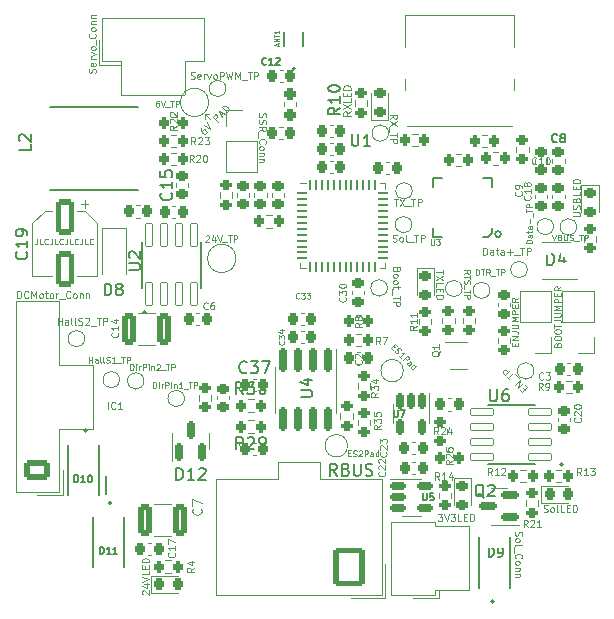
<source format=gto>
G04 #@! TF.GenerationSoftware,KiCad,Pcbnew,(6.0.2)*
G04 #@! TF.CreationDate,2022-07-14T22:41:19+01:00*
G04 #@! TF.ProjectId,Actuators Board,41637475-6174-46f7-9273-20426f617264,rev?*
G04 #@! TF.SameCoordinates,Original*
G04 #@! TF.FileFunction,Legend,Top*
G04 #@! TF.FilePolarity,Positive*
%FSLAX46Y46*%
G04 Gerber Fmt 4.6, Leading zero omitted, Abs format (unit mm)*
G04 Created by KiCad (PCBNEW (6.0.2)) date 2022-07-14 22:41:19*
%MOMM*%
%LPD*%
G01*
G04 APERTURE LIST*
G04 Aperture macros list*
%AMRoundRect*
0 Rectangle with rounded corners*
0 $1 Rounding radius*
0 $2 $3 $4 $5 $6 $7 $8 $9 X,Y pos of 4 corners*
0 Add a 4 corners polygon primitive as box body*
4,1,4,$2,$3,$4,$5,$6,$7,$8,$9,$2,$3,0*
0 Add four circle primitives for the rounded corners*
1,1,$1+$1,$2,$3*
1,1,$1+$1,$4,$5*
1,1,$1+$1,$6,$7*
1,1,$1+$1,$8,$9*
0 Add four rect primitives between the rounded corners*
20,1,$1+$1,$2,$3,$4,$5,0*
20,1,$1+$1,$4,$5,$6,$7,0*
20,1,$1+$1,$6,$7,$8,$9,0*
20,1,$1+$1,$8,$9,$2,$3,0*%
%AMFreePoly0*
4,1,23,0.945671,0.830970,1.026777,0.776777,1.080970,0.695671,1.100000,0.600000,1.100000,-0.600000,1.080970,-0.695671,1.026777,-0.776777,0.945671,-0.830970,0.850000,-0.850000,-0.450000,-0.850000,-0.545671,-0.830970,-0.626777,-0.776777,-0.626779,-0.776774,-1.026777,-0.376777,-1.080970,-0.295671,-1.100000,-0.200000,-1.100000,0.600000,-1.080970,0.695671,-1.026777,0.776777,-0.945671,0.830970,
-0.850000,0.850000,0.850000,0.850000,0.945671,0.830970,0.945671,0.830970,$1*%
G04 Aperture macros list end*
%ADD10C,0.100000*%
%ADD11C,0.125000*%
%ADD12C,0.150000*%
%ADD13C,0.120000*%
%ADD14C,0.120003*%
%ADD15C,0.098425*%
%ADD16C,0.127000*%
%ADD17C,0.200000*%
%ADD18R,1.700000X1.700000*%
%ADD19O,1.700000X1.700000*%
%ADD20C,2.000000*%
%ADD21RoundRect,0.200000X0.200000X0.275000X-0.200000X0.275000X-0.200000X-0.275000X0.200000X-0.275000X0*%
%ADD22RoundRect,0.200000X-0.200000X-0.275000X0.200000X-0.275000X0.200000X0.275000X-0.200000X0.275000X0*%
%ADD23C,1.000000*%
%ADD24C,5.600000*%
%ADD25R,1.520000X1.500000*%
%ADD26R,2.200000X3.100000*%
%ADD27RoundRect,0.237500X0.237500X-0.287500X0.237500X0.287500X-0.237500X0.287500X-0.237500X-0.287500X0*%
%ADD28RoundRect,0.250000X-0.325000X-1.100000X0.325000X-1.100000X0.325000X1.100000X-0.325000X1.100000X0*%
%ADD29RoundRect,0.225000X0.225000X0.250000X-0.225000X0.250000X-0.225000X-0.250000X0.225000X-0.250000X0*%
%ADD30RoundRect,0.200000X-0.275000X0.200000X-0.275000X-0.200000X0.275000X-0.200000X0.275000X0.200000X0*%
%ADD31RoundRect,0.200000X0.275000X-0.200000X0.275000X0.200000X-0.275000X0.200000X-0.275000X-0.200000X0*%
%ADD32RoundRect,0.225000X-0.225000X-0.250000X0.225000X-0.250000X0.225000X0.250000X-0.225000X0.250000X0*%
%ADD33R,0.700000X1.525000*%
%ADD34R,3.200000X2.400000*%
%ADD35C,1.300000*%
%ADD36RoundRect,0.250000X0.850000X0.600000X-0.850000X0.600000X-0.850000X-0.600000X0.850000X-0.600000X0*%
%ADD37O,2.200000X1.700000*%
%ADD38RoundRect,0.250000X-0.550000X1.250000X-0.550000X-1.250000X0.550000X-1.250000X0.550000X1.250000X0*%
%ADD39RoundRect,0.250001X1.099999X1.399999X-1.099999X1.399999X-1.099999X-1.399999X1.099999X-1.399999X0*%
%ADD40O,2.700000X3.300000*%
%ADD41RoundRect,0.225000X-0.250000X0.225000X-0.250000X-0.225000X0.250000X-0.225000X0.250000X0.225000X0*%
%ADD42RoundRect,0.150000X0.587500X0.150000X-0.587500X0.150000X-0.587500X-0.150000X0.587500X-0.150000X0*%
%ADD43RoundRect,0.218750X-0.218750X-0.256250X0.218750X-0.256250X0.218750X0.256250X-0.218750X0.256250X0*%
%ADD44RoundRect,0.218750X-0.256250X0.218750X-0.256250X-0.218750X0.256250X-0.218750X0.256250X0.218750X0*%
%ADD45RoundRect,0.150000X-0.512500X-0.150000X0.512500X-0.150000X0.512500X0.150000X-0.512500X0.150000X0*%
%ADD46C,0.700000*%
%ADD47O,0.900000X1.700000*%
%ADD48O,0.900000X2.400000*%
%ADD49RoundRect,0.225000X0.250000X-0.225000X0.250000X0.225000X-0.250000X0.225000X-0.250000X-0.225000X0*%
%ADD50RoundRect,0.218750X0.256250X-0.218750X0.256250X0.218750X-0.256250X0.218750X-0.256250X-0.218750X0*%
%ADD51C,1.500000*%
%ADD52RoundRect,0.042000X0.258000X-0.943000X0.258000X0.943000X-0.258000X0.943000X-0.258000X-0.943000X0*%
%ADD53R,1.200000X0.900000*%
%ADD54RoundRect,0.042000X0.943000X0.258000X-0.943000X0.258000X-0.943000X-0.258000X0.943000X-0.258000X0*%
%ADD55R,2.150000X2.150000*%
%ADD56RoundRect,0.250000X0.325000X1.100000X-0.325000X1.100000X-0.325000X-1.100000X0.325000X-1.100000X0*%
%ADD57RoundRect,0.150000X-0.150000X0.825000X-0.150000X-0.825000X0.150000X-0.825000X0.150000X0.825000X0*%
%ADD58FreePoly0,90.000000*%
%ADD59O,1.700000X2.200000*%
%ADD60R,0.650000X0.400000*%
%ADD61RoundRect,0.150000X-0.150000X0.512500X-0.150000X-0.512500X0.150000X-0.512500X0.150000X0.512500X0*%
%ADD62R,0.900000X0.254000*%
%ADD63R,0.254000X0.900000*%
%ADD64R,3.100000X3.100000*%
%ADD65RoundRect,0.062500X-0.337500X-0.062500X0.337500X-0.062500X0.337500X0.062500X-0.337500X0.062500X0*%
%ADD66RoundRect,0.062500X-0.062500X-0.337500X0.062500X-0.337500X0.062500X0.337500X-0.062500X0.337500X0*%
%ADD67R,5.300000X5.300000*%
%ADD68R,1.600000X0.800000*%
%ADD69R,3.600000X3.600000*%
%ADD70RoundRect,0.150000X0.150000X-0.587500X0.150000X0.587500X-0.150000X0.587500X-0.150000X-0.587500X0*%
%ADD71R,1.400000X1.200000*%
%ADD72R,1.400000X1.000000*%
%ADD73FreePoly0,180.000000*%
G04 APERTURE END LIST*
D10*
X71550675Y-38859081D02*
X71920675Y-38849081D01*
X71960000Y-39270000D02*
X71550000Y-38860000D01*
X71550000Y-38860000D02*
X71560000Y-39230000D01*
X87218571Y-39232857D02*
X87504285Y-39032857D01*
X87218571Y-38890000D02*
X87818571Y-38890000D01*
X87818571Y-39118571D01*
X87790000Y-39175714D01*
X87761428Y-39204285D01*
X87704285Y-39232857D01*
X87618571Y-39232857D01*
X87561428Y-39204285D01*
X87532857Y-39175714D01*
X87504285Y-39118571D01*
X87504285Y-38890000D01*
X87818571Y-39432857D02*
X87218571Y-39832857D01*
X87818571Y-39832857D02*
X87218571Y-39432857D01*
X87161428Y-39918571D02*
X87161428Y-40375714D01*
X87818571Y-40432857D02*
X87818571Y-40775714D01*
X87218571Y-40604285D02*
X87818571Y-40604285D01*
X87218571Y-40975714D02*
X87818571Y-40975714D01*
X87818571Y-41204285D01*
X87790000Y-41261428D01*
X87761428Y-41290000D01*
X87704285Y-41318571D01*
X87618571Y-41318571D01*
X87561428Y-41290000D01*
X87532857Y-41261428D01*
X87504285Y-41204285D01*
X87504285Y-40975714D01*
X95120000Y-50751428D02*
X95120000Y-50151428D01*
X95262857Y-50151428D01*
X95348571Y-50180000D01*
X95405714Y-50237142D01*
X95434285Y-50294285D01*
X95462857Y-50408571D01*
X95462857Y-50494285D01*
X95434285Y-50608571D01*
X95405714Y-50665714D01*
X95348571Y-50722857D01*
X95262857Y-50751428D01*
X95120000Y-50751428D01*
X95977142Y-50751428D02*
X95977142Y-50437142D01*
X95948571Y-50380000D01*
X95891428Y-50351428D01*
X95777142Y-50351428D01*
X95720000Y-50380000D01*
X95977142Y-50722857D02*
X95920000Y-50751428D01*
X95777142Y-50751428D01*
X95720000Y-50722857D01*
X95691428Y-50665714D01*
X95691428Y-50608571D01*
X95720000Y-50551428D01*
X95777142Y-50522857D01*
X95920000Y-50522857D01*
X95977142Y-50494285D01*
X96177142Y-50351428D02*
X96405714Y-50351428D01*
X96262857Y-50151428D02*
X96262857Y-50665714D01*
X96291428Y-50722857D01*
X96348571Y-50751428D01*
X96405714Y-50751428D01*
X96862857Y-50751428D02*
X96862857Y-50437142D01*
X96834285Y-50380000D01*
X96777142Y-50351428D01*
X96662857Y-50351428D01*
X96605714Y-50380000D01*
X96862857Y-50722857D02*
X96805714Y-50751428D01*
X96662857Y-50751428D01*
X96605714Y-50722857D01*
X96577142Y-50665714D01*
X96577142Y-50608571D01*
X96605714Y-50551428D01*
X96662857Y-50522857D01*
X96805714Y-50522857D01*
X96862857Y-50494285D01*
X97148571Y-50522857D02*
X97605714Y-50522857D01*
X97377142Y-50751428D02*
X97377142Y-50294285D01*
X97748571Y-50808571D02*
X98205714Y-50808571D01*
X98262857Y-50151428D02*
X98605714Y-50151428D01*
X98434285Y-50751428D02*
X98434285Y-50151428D01*
X98805714Y-50751428D02*
X98805714Y-50151428D01*
X99034285Y-50151428D01*
X99091428Y-50180000D01*
X99120000Y-50208571D01*
X99148571Y-50265714D01*
X99148571Y-50351428D01*
X99120000Y-50408571D01*
X99091428Y-50437142D01*
X99034285Y-50465714D01*
X98805714Y-50465714D01*
X100225714Y-72512857D02*
X100311428Y-72541428D01*
X100454285Y-72541428D01*
X100511428Y-72512857D01*
X100540000Y-72484285D01*
X100568571Y-72427142D01*
X100568571Y-72370000D01*
X100540000Y-72312857D01*
X100511428Y-72284285D01*
X100454285Y-72255714D01*
X100340000Y-72227142D01*
X100282857Y-72198571D01*
X100254285Y-72170000D01*
X100225714Y-72112857D01*
X100225714Y-72055714D01*
X100254285Y-71998571D01*
X100282857Y-71970000D01*
X100340000Y-71941428D01*
X100482857Y-71941428D01*
X100568571Y-71970000D01*
X100911428Y-72541428D02*
X100854285Y-72512857D01*
X100825714Y-72484285D01*
X100797142Y-72427142D01*
X100797142Y-72255714D01*
X100825714Y-72198571D01*
X100854285Y-72170000D01*
X100911428Y-72141428D01*
X100997142Y-72141428D01*
X101054285Y-72170000D01*
X101082857Y-72198571D01*
X101111428Y-72255714D01*
X101111428Y-72427142D01*
X101082857Y-72484285D01*
X101054285Y-72512857D01*
X100997142Y-72541428D01*
X100911428Y-72541428D01*
X101454285Y-72541428D02*
X101397142Y-72512857D01*
X101368571Y-72455714D01*
X101368571Y-71941428D01*
X101968571Y-72541428D02*
X101682857Y-72541428D01*
X101682857Y-71941428D01*
X102168571Y-72227142D02*
X102368571Y-72227142D01*
X102454285Y-72541428D02*
X102168571Y-72541428D01*
X102168571Y-71941428D01*
X102454285Y-71941428D01*
X102711428Y-72541428D02*
X102711428Y-71941428D01*
X102854285Y-71941428D01*
X102940000Y-71970000D01*
X102997142Y-72027142D01*
X103025714Y-72084285D01*
X103054285Y-72198571D01*
X103054285Y-72284285D01*
X103025714Y-72398571D01*
X102997142Y-72455714D01*
X102940000Y-72512857D01*
X102854285Y-72541428D01*
X102711428Y-72541428D01*
X97827142Y-74187142D02*
X97798571Y-74272857D01*
X97798571Y-74415714D01*
X97827142Y-74472857D01*
X97855714Y-74501428D01*
X97912857Y-74530000D01*
X97970000Y-74530000D01*
X98027142Y-74501428D01*
X98055714Y-74472857D01*
X98084285Y-74415714D01*
X98112857Y-74301428D01*
X98141428Y-74244285D01*
X98170000Y-74215714D01*
X98227142Y-74187142D01*
X98284285Y-74187142D01*
X98341428Y-74215714D01*
X98370000Y-74244285D01*
X98398571Y-74301428D01*
X98398571Y-74444285D01*
X98370000Y-74530000D01*
X97798571Y-74872857D02*
X97827142Y-74815714D01*
X97855714Y-74787142D01*
X97912857Y-74758571D01*
X98084285Y-74758571D01*
X98141428Y-74787142D01*
X98170000Y-74815714D01*
X98198571Y-74872857D01*
X98198571Y-74958571D01*
X98170000Y-75015714D01*
X98141428Y-75044285D01*
X98084285Y-75072857D01*
X97912857Y-75072857D01*
X97855714Y-75044285D01*
X97827142Y-75015714D01*
X97798571Y-74958571D01*
X97798571Y-74872857D01*
X97798571Y-75415714D02*
X97827142Y-75358571D01*
X97884285Y-75330000D01*
X98398571Y-75330000D01*
X97741428Y-75501428D02*
X97741428Y-75958571D01*
X97855714Y-76444285D02*
X97827142Y-76415714D01*
X97798571Y-76330000D01*
X97798571Y-76272857D01*
X97827142Y-76187142D01*
X97884285Y-76130000D01*
X97941428Y-76101428D01*
X98055714Y-76072857D01*
X98141428Y-76072857D01*
X98255714Y-76101428D01*
X98312857Y-76130000D01*
X98370000Y-76187142D01*
X98398571Y-76272857D01*
X98398571Y-76330000D01*
X98370000Y-76415714D01*
X98341428Y-76444285D01*
X97798571Y-76787142D02*
X97827142Y-76730000D01*
X97855714Y-76701428D01*
X97912857Y-76672857D01*
X98084285Y-76672857D01*
X98141428Y-76701428D01*
X98170000Y-76730000D01*
X98198571Y-76787142D01*
X98198571Y-76872857D01*
X98170000Y-76930000D01*
X98141428Y-76958571D01*
X98084285Y-76987142D01*
X97912857Y-76987142D01*
X97855714Y-76958571D01*
X97827142Y-76930000D01*
X97798571Y-76872857D01*
X97798571Y-76787142D01*
X98198571Y-77244285D02*
X97798571Y-77244285D01*
X98141428Y-77244285D02*
X98170000Y-77272857D01*
X98198571Y-77330000D01*
X98198571Y-77415714D01*
X98170000Y-77472857D01*
X98112857Y-77501428D01*
X97798571Y-77501428D01*
X98198571Y-77787142D02*
X97798571Y-77787142D01*
X98141428Y-77787142D02*
X98170000Y-77815714D01*
X98198571Y-77872857D01*
X98198571Y-77958571D01*
X98170000Y-78015714D01*
X98112857Y-78044285D01*
X97798571Y-78044285D01*
X66278571Y-79498571D02*
X66250000Y-79470000D01*
X66221428Y-79412857D01*
X66221428Y-79270000D01*
X66250000Y-79212857D01*
X66278571Y-79184285D01*
X66335714Y-79155714D01*
X66392857Y-79155714D01*
X66478571Y-79184285D01*
X66821428Y-79527142D01*
X66821428Y-79155714D01*
X66421428Y-78641428D02*
X66821428Y-78641428D01*
X66192857Y-78784285D02*
X66621428Y-78927142D01*
X66621428Y-78555714D01*
X66221428Y-78412857D02*
X66821428Y-78212857D01*
X66221428Y-78012857D01*
X66821428Y-77527142D02*
X66821428Y-77812857D01*
X66221428Y-77812857D01*
X66507142Y-77327142D02*
X66507142Y-77127142D01*
X66821428Y-77041428D02*
X66821428Y-77327142D01*
X66221428Y-77327142D01*
X66221428Y-77041428D01*
X66821428Y-76784285D02*
X66221428Y-76784285D01*
X66221428Y-76641428D01*
X66250000Y-76555714D01*
X66307142Y-76498571D01*
X66364285Y-76470000D01*
X66478571Y-76441428D01*
X66564285Y-76441428D01*
X66678571Y-76470000D01*
X66735714Y-76498571D01*
X66792857Y-76555714D01*
X66821428Y-76641428D01*
X66821428Y-76784285D01*
X99266190Y-49776666D02*
X98766190Y-49776666D01*
X98766190Y-49657619D01*
X98790000Y-49586190D01*
X98837619Y-49538571D01*
X98885238Y-49514761D01*
X98980476Y-49490952D01*
X99051904Y-49490952D01*
X99147142Y-49514761D01*
X99194761Y-49538571D01*
X99242380Y-49586190D01*
X99266190Y-49657619D01*
X99266190Y-49776666D01*
X99266190Y-49062380D02*
X99004285Y-49062380D01*
X98956666Y-49086190D01*
X98932857Y-49133809D01*
X98932857Y-49229047D01*
X98956666Y-49276666D01*
X99242380Y-49062380D02*
X99266190Y-49110000D01*
X99266190Y-49229047D01*
X99242380Y-49276666D01*
X99194761Y-49300476D01*
X99147142Y-49300476D01*
X99099523Y-49276666D01*
X99075714Y-49229047D01*
X99075714Y-49110000D01*
X99051904Y-49062380D01*
X98932857Y-48895714D02*
X98932857Y-48705238D01*
X98766190Y-48824285D02*
X99194761Y-48824285D01*
X99242380Y-48800476D01*
X99266190Y-48752857D01*
X99266190Y-48705238D01*
X99266190Y-48324285D02*
X99004285Y-48324285D01*
X98956666Y-48348095D01*
X98932857Y-48395714D01*
X98932857Y-48490952D01*
X98956666Y-48538571D01*
X99242380Y-48324285D02*
X99266190Y-48371904D01*
X99266190Y-48490952D01*
X99242380Y-48538571D01*
X99194761Y-48562380D01*
X99147142Y-48562380D01*
X99099523Y-48538571D01*
X99075714Y-48490952D01*
X99075714Y-48371904D01*
X99051904Y-48324285D01*
X99075714Y-48086190D02*
X99075714Y-47705238D01*
X99313809Y-47586190D02*
X99313809Y-47205238D01*
X98766190Y-47157619D02*
X98766190Y-46871904D01*
X99266190Y-47014761D02*
X98766190Y-47014761D01*
X99266190Y-46705238D02*
X98766190Y-46705238D01*
X98766190Y-46514761D01*
X98790000Y-46467142D01*
X98813809Y-46443333D01*
X98861428Y-46419523D01*
X98932857Y-46419523D01*
X98980476Y-46443333D01*
X99004285Y-46467142D01*
X99028095Y-46514761D01*
X99028095Y-46705238D01*
X55667142Y-54411428D02*
X55667142Y-53811428D01*
X55810000Y-53811428D01*
X55895714Y-53840000D01*
X55952857Y-53897142D01*
X55981428Y-53954285D01*
X56010000Y-54068571D01*
X56010000Y-54154285D01*
X55981428Y-54268571D01*
X55952857Y-54325714D01*
X55895714Y-54382857D01*
X55810000Y-54411428D01*
X55667142Y-54411428D01*
X56610000Y-54354285D02*
X56581428Y-54382857D01*
X56495714Y-54411428D01*
X56438571Y-54411428D01*
X56352857Y-54382857D01*
X56295714Y-54325714D01*
X56267142Y-54268571D01*
X56238571Y-54154285D01*
X56238571Y-54068571D01*
X56267142Y-53954285D01*
X56295714Y-53897142D01*
X56352857Y-53840000D01*
X56438571Y-53811428D01*
X56495714Y-53811428D01*
X56581428Y-53840000D01*
X56610000Y-53868571D01*
X56867142Y-54411428D02*
X56867142Y-53811428D01*
X57067142Y-54240000D01*
X57267142Y-53811428D01*
X57267142Y-54411428D01*
X57638571Y-54411428D02*
X57581428Y-54382857D01*
X57552857Y-54354285D01*
X57524285Y-54297142D01*
X57524285Y-54125714D01*
X57552857Y-54068571D01*
X57581428Y-54040000D01*
X57638571Y-54011428D01*
X57724285Y-54011428D01*
X57781428Y-54040000D01*
X57810000Y-54068571D01*
X57838571Y-54125714D01*
X57838571Y-54297142D01*
X57810000Y-54354285D01*
X57781428Y-54382857D01*
X57724285Y-54411428D01*
X57638571Y-54411428D01*
X58010000Y-54011428D02*
X58238571Y-54011428D01*
X58095714Y-53811428D02*
X58095714Y-54325714D01*
X58124285Y-54382857D01*
X58181428Y-54411428D01*
X58238571Y-54411428D01*
X58524285Y-54411428D02*
X58467142Y-54382857D01*
X58438571Y-54354285D01*
X58410000Y-54297142D01*
X58410000Y-54125714D01*
X58438571Y-54068571D01*
X58467142Y-54040000D01*
X58524285Y-54011428D01*
X58610000Y-54011428D01*
X58667142Y-54040000D01*
X58695714Y-54068571D01*
X58724285Y-54125714D01*
X58724285Y-54297142D01*
X58695714Y-54354285D01*
X58667142Y-54382857D01*
X58610000Y-54411428D01*
X58524285Y-54411428D01*
X58981428Y-54411428D02*
X58981428Y-54011428D01*
X58981428Y-54125714D02*
X59010000Y-54068571D01*
X59038571Y-54040000D01*
X59095714Y-54011428D01*
X59152857Y-54011428D01*
X59210000Y-54468571D02*
X59667142Y-54468571D01*
X60152857Y-54354285D02*
X60124285Y-54382857D01*
X60038571Y-54411428D01*
X59981428Y-54411428D01*
X59895714Y-54382857D01*
X59838571Y-54325714D01*
X59810000Y-54268571D01*
X59781428Y-54154285D01*
X59781428Y-54068571D01*
X59810000Y-53954285D01*
X59838571Y-53897142D01*
X59895714Y-53840000D01*
X59981428Y-53811428D01*
X60038571Y-53811428D01*
X60124285Y-53840000D01*
X60152857Y-53868571D01*
X60495714Y-54411428D02*
X60438571Y-54382857D01*
X60410000Y-54354285D01*
X60381428Y-54297142D01*
X60381428Y-54125714D01*
X60410000Y-54068571D01*
X60438571Y-54040000D01*
X60495714Y-54011428D01*
X60581428Y-54011428D01*
X60638571Y-54040000D01*
X60667142Y-54068571D01*
X60695714Y-54125714D01*
X60695714Y-54297142D01*
X60667142Y-54354285D01*
X60638571Y-54382857D01*
X60581428Y-54411428D01*
X60495714Y-54411428D01*
X60952857Y-54011428D02*
X60952857Y-54411428D01*
X60952857Y-54068571D02*
X60981428Y-54040000D01*
X61038571Y-54011428D01*
X61124285Y-54011428D01*
X61181428Y-54040000D01*
X61210000Y-54097142D01*
X61210000Y-54411428D01*
X61495714Y-54011428D02*
X61495714Y-54411428D01*
X61495714Y-54068571D02*
X61524285Y-54040000D01*
X61581428Y-54011428D01*
X61667142Y-54011428D01*
X61724285Y-54040000D01*
X61752857Y-54097142D01*
X61752857Y-54411428D01*
X65240952Y-60496190D02*
X65240952Y-59996190D01*
X65360000Y-59996190D01*
X65431428Y-60020000D01*
X65479047Y-60067619D01*
X65502857Y-60115238D01*
X65526666Y-60210476D01*
X65526666Y-60281904D01*
X65502857Y-60377142D01*
X65479047Y-60424761D01*
X65431428Y-60472380D01*
X65360000Y-60496190D01*
X65240952Y-60496190D01*
X65740952Y-60496190D02*
X65740952Y-60162857D01*
X65740952Y-59996190D02*
X65717142Y-60020000D01*
X65740952Y-60043809D01*
X65764761Y-60020000D01*
X65740952Y-59996190D01*
X65740952Y-60043809D01*
X65979047Y-60496190D02*
X65979047Y-60162857D01*
X65979047Y-60258095D02*
X66002857Y-60210476D01*
X66026666Y-60186666D01*
X66074285Y-60162857D01*
X66121904Y-60162857D01*
X66288571Y-60496190D02*
X66288571Y-59996190D01*
X66479047Y-59996190D01*
X66526666Y-60020000D01*
X66550476Y-60043809D01*
X66574285Y-60091428D01*
X66574285Y-60162857D01*
X66550476Y-60210476D01*
X66526666Y-60234285D01*
X66479047Y-60258095D01*
X66288571Y-60258095D01*
X66788571Y-60496190D02*
X66788571Y-60162857D01*
X66788571Y-59996190D02*
X66764761Y-60020000D01*
X66788571Y-60043809D01*
X66812380Y-60020000D01*
X66788571Y-59996190D01*
X66788571Y-60043809D01*
X67026666Y-60162857D02*
X67026666Y-60496190D01*
X67026666Y-60210476D02*
X67050476Y-60186666D01*
X67098095Y-60162857D01*
X67169523Y-60162857D01*
X67217142Y-60186666D01*
X67240952Y-60234285D01*
X67240952Y-60496190D01*
X67455238Y-60043809D02*
X67479047Y-60020000D01*
X67526666Y-59996190D01*
X67645714Y-59996190D01*
X67693333Y-60020000D01*
X67717142Y-60043809D01*
X67740952Y-60091428D01*
X67740952Y-60139047D01*
X67717142Y-60210476D01*
X67431428Y-60496190D01*
X67740952Y-60496190D01*
X67836190Y-60543809D02*
X68217142Y-60543809D01*
X68264761Y-59996190D02*
X68550476Y-59996190D01*
X68407619Y-60496190D02*
X68407619Y-59996190D01*
X68717142Y-60496190D02*
X68717142Y-59996190D01*
X68907619Y-59996190D01*
X68955238Y-60020000D01*
X68979047Y-60043809D01*
X69002857Y-60091428D01*
X69002857Y-60162857D01*
X68979047Y-60210476D01*
X68955238Y-60234285D01*
X68907619Y-60258095D01*
X68717142Y-60258095D01*
X94507619Y-52486190D02*
X94507619Y-51986190D01*
X94626666Y-51986190D01*
X94698095Y-52010000D01*
X94745714Y-52057619D01*
X94769523Y-52105238D01*
X94793333Y-52200476D01*
X94793333Y-52271904D01*
X94769523Y-52367142D01*
X94745714Y-52414761D01*
X94698095Y-52462380D01*
X94626666Y-52486190D01*
X94507619Y-52486190D01*
X94936190Y-51986190D02*
X95221904Y-51986190D01*
X95079047Y-52486190D02*
X95079047Y-51986190D01*
X95674285Y-52486190D02*
X95507619Y-52248095D01*
X95388571Y-52486190D02*
X95388571Y-51986190D01*
X95579047Y-51986190D01*
X95626666Y-52010000D01*
X95650476Y-52033809D01*
X95674285Y-52081428D01*
X95674285Y-52152857D01*
X95650476Y-52200476D01*
X95626666Y-52224285D01*
X95579047Y-52248095D01*
X95388571Y-52248095D01*
X95769523Y-52533809D02*
X96150476Y-52533809D01*
X96198095Y-51986190D02*
X96483809Y-51986190D01*
X96340952Y-52486190D02*
X96340952Y-51986190D01*
X96650476Y-52486190D02*
X96650476Y-51986190D01*
X96840952Y-51986190D01*
X96888571Y-52010000D01*
X96912380Y-52033809D01*
X96936190Y-52081428D01*
X96936190Y-52152857D01*
X96912380Y-52200476D01*
X96888571Y-52224285D01*
X96840952Y-52248095D01*
X96650476Y-52248095D01*
X100942380Y-49036190D02*
X101109047Y-49536190D01*
X101275714Y-49036190D01*
X101609047Y-49274285D02*
X101680476Y-49298095D01*
X101704285Y-49321904D01*
X101728095Y-49369523D01*
X101728095Y-49440952D01*
X101704285Y-49488571D01*
X101680476Y-49512380D01*
X101632857Y-49536190D01*
X101442380Y-49536190D01*
X101442380Y-49036190D01*
X101609047Y-49036190D01*
X101656666Y-49060000D01*
X101680476Y-49083809D01*
X101704285Y-49131428D01*
X101704285Y-49179047D01*
X101680476Y-49226666D01*
X101656666Y-49250476D01*
X101609047Y-49274285D01*
X101442380Y-49274285D01*
X101942380Y-49036190D02*
X101942380Y-49440952D01*
X101966190Y-49488571D01*
X101990000Y-49512380D01*
X102037619Y-49536190D01*
X102132857Y-49536190D01*
X102180476Y-49512380D01*
X102204285Y-49488571D01*
X102228095Y-49440952D01*
X102228095Y-49036190D01*
X102442380Y-49512380D02*
X102513809Y-49536190D01*
X102632857Y-49536190D01*
X102680476Y-49512380D01*
X102704285Y-49488571D01*
X102728095Y-49440952D01*
X102728095Y-49393333D01*
X102704285Y-49345714D01*
X102680476Y-49321904D01*
X102632857Y-49298095D01*
X102537619Y-49274285D01*
X102490000Y-49250476D01*
X102466190Y-49226666D01*
X102442380Y-49179047D01*
X102442380Y-49131428D01*
X102466190Y-49083809D01*
X102490000Y-49060000D01*
X102537619Y-49036190D01*
X102656666Y-49036190D01*
X102728095Y-49060000D01*
X102823333Y-49583809D02*
X103204285Y-49583809D01*
X103251904Y-49036190D02*
X103537619Y-49036190D01*
X103394761Y-49536190D02*
X103394761Y-49036190D01*
X103704285Y-49536190D02*
X103704285Y-49036190D01*
X103894761Y-49036190D01*
X103942380Y-49060000D01*
X103966190Y-49083809D01*
X103990000Y-49131428D01*
X103990000Y-49202857D01*
X103966190Y-49250476D01*
X103942380Y-49274285D01*
X103894761Y-49298095D01*
X103704285Y-49298095D01*
X101400714Y-58347142D02*
X101426904Y-58268571D01*
X101453095Y-58242380D01*
X101505476Y-58216190D01*
X101584047Y-58216190D01*
X101636428Y-58242380D01*
X101662619Y-58268571D01*
X101688809Y-58320952D01*
X101688809Y-58530476D01*
X101138809Y-58530476D01*
X101138809Y-58347142D01*
X101165000Y-58294761D01*
X101191190Y-58268571D01*
X101243571Y-58242380D01*
X101295952Y-58242380D01*
X101348333Y-58268571D01*
X101374523Y-58294761D01*
X101400714Y-58347142D01*
X101400714Y-58530476D01*
X101138809Y-57875714D02*
X101138809Y-57770952D01*
X101165000Y-57718571D01*
X101217380Y-57666190D01*
X101322142Y-57640000D01*
X101505476Y-57640000D01*
X101610238Y-57666190D01*
X101662619Y-57718571D01*
X101688809Y-57770952D01*
X101688809Y-57875714D01*
X101662619Y-57928095D01*
X101610238Y-57980476D01*
X101505476Y-58006666D01*
X101322142Y-58006666D01*
X101217380Y-57980476D01*
X101165000Y-57928095D01*
X101138809Y-57875714D01*
X101138809Y-57299523D02*
X101138809Y-57194761D01*
X101165000Y-57142380D01*
X101217380Y-57090000D01*
X101322142Y-57063809D01*
X101505476Y-57063809D01*
X101610238Y-57090000D01*
X101662619Y-57142380D01*
X101688809Y-57194761D01*
X101688809Y-57299523D01*
X101662619Y-57351904D01*
X101610238Y-57404285D01*
X101505476Y-57430476D01*
X101322142Y-57430476D01*
X101217380Y-57404285D01*
X101165000Y-57351904D01*
X101138809Y-57299523D01*
X101138809Y-56906666D02*
X101138809Y-56592380D01*
X101688809Y-56749523D02*
X101138809Y-56749523D01*
X101138809Y-56251904D02*
X101531666Y-56251904D01*
X101610238Y-56278095D01*
X101662619Y-56330476D01*
X101688809Y-56409047D01*
X101688809Y-56461428D01*
X101138809Y-55990000D02*
X101584047Y-55990000D01*
X101636428Y-55963809D01*
X101662619Y-55937619D01*
X101688809Y-55885238D01*
X101688809Y-55780476D01*
X101662619Y-55728095D01*
X101636428Y-55701904D01*
X101584047Y-55675714D01*
X101138809Y-55675714D01*
X101688809Y-55413809D02*
X101138809Y-55413809D01*
X101531666Y-55230476D01*
X101138809Y-55047142D01*
X101688809Y-55047142D01*
X101688809Y-54785238D02*
X101138809Y-54785238D01*
X101138809Y-54575714D01*
X101165000Y-54523333D01*
X101191190Y-54497142D01*
X101243571Y-54470952D01*
X101322142Y-54470952D01*
X101374523Y-54497142D01*
X101400714Y-54523333D01*
X101426904Y-54575714D01*
X101426904Y-54785238D01*
X101400714Y-54235238D02*
X101400714Y-54051904D01*
X101688809Y-53973333D02*
X101688809Y-54235238D01*
X101138809Y-54235238D01*
X101138809Y-53973333D01*
X101688809Y-53423333D02*
X101426904Y-53606666D01*
X101688809Y-53737619D02*
X101138809Y-53737619D01*
X101138809Y-53528095D01*
X101165000Y-53475714D01*
X101191190Y-53449523D01*
X101243571Y-53423333D01*
X101322142Y-53423333D01*
X101374523Y-53449523D01*
X101400714Y-53475714D01*
X101426904Y-53528095D01*
X101426904Y-53737619D01*
X83881428Y-38614285D02*
X83595714Y-38814285D01*
X83881428Y-38957142D02*
X83281428Y-38957142D01*
X83281428Y-38728571D01*
X83310000Y-38671428D01*
X83338571Y-38642857D01*
X83395714Y-38614285D01*
X83481428Y-38614285D01*
X83538571Y-38642857D01*
X83567142Y-38671428D01*
X83595714Y-38728571D01*
X83595714Y-38957142D01*
X83281428Y-38414285D02*
X83881428Y-38014285D01*
X83281428Y-38014285D02*
X83881428Y-38414285D01*
X83881428Y-37500000D02*
X83881428Y-37785714D01*
X83281428Y-37785714D01*
X83567142Y-37300000D02*
X83567142Y-37100000D01*
X83881428Y-37014285D02*
X83881428Y-37300000D01*
X83281428Y-37300000D01*
X83281428Y-37014285D01*
X83881428Y-36757142D02*
X83281428Y-36757142D01*
X83281428Y-36614285D01*
X83310000Y-36528571D01*
X83367142Y-36471428D01*
X83424285Y-36442857D01*
X83538571Y-36414285D01*
X83624285Y-36414285D01*
X83738571Y-36442857D01*
X83795714Y-36471428D01*
X83852857Y-36528571D01*
X83881428Y-36614285D01*
X83881428Y-36757142D01*
X87506116Y-58455608D02*
X87623967Y-58573460D01*
X87489280Y-58809162D02*
X87320921Y-58640803D01*
X87674475Y-58287250D01*
X87842834Y-58455608D01*
X87640803Y-58927013D02*
X87674475Y-58994356D01*
X87758654Y-59078536D01*
X87809162Y-59095372D01*
X87842834Y-59095372D01*
X87893341Y-59078536D01*
X87927013Y-59044864D01*
X87943849Y-58994356D01*
X87943849Y-58960685D01*
X87927013Y-58910177D01*
X87876505Y-58825998D01*
X87859669Y-58775490D01*
X87859669Y-58741818D01*
X87876505Y-58691311D01*
X87910177Y-58657639D01*
X87960685Y-58640803D01*
X87994356Y-58640803D01*
X88044864Y-58657639D01*
X88129043Y-58741818D01*
X88162715Y-58809162D01*
X88162715Y-59482597D02*
X87960685Y-59280566D01*
X88061700Y-59381582D02*
X88415253Y-59028028D01*
X88331074Y-59044864D01*
X88263730Y-59044864D01*
X88213223Y-59028028D01*
X88314238Y-59634120D02*
X88667791Y-59280566D01*
X88802478Y-59415253D01*
X88819314Y-59465761D01*
X88819314Y-59499433D01*
X88802478Y-59549940D01*
X88751971Y-59600448D01*
X88701463Y-59617284D01*
X88667791Y-59617284D01*
X88617284Y-59600448D01*
X88482597Y-59465761D01*
X88819314Y-60139196D02*
X89004509Y-59954001D01*
X89021345Y-59903494D01*
X89004509Y-59852986D01*
X88937165Y-59785643D01*
X88886658Y-59768807D01*
X88836150Y-60122360D02*
X88785643Y-60105524D01*
X88701463Y-60021345D01*
X88684627Y-59970837D01*
X88701463Y-59920330D01*
X88735135Y-59886658D01*
X88785643Y-59869822D01*
X88836150Y-59886658D01*
X88920330Y-59970837D01*
X88970837Y-59987673D01*
X89139196Y-60459078D02*
X89492749Y-60105524D01*
X89156032Y-60442242D02*
X89105524Y-60425406D01*
X89038181Y-60358062D01*
X89021345Y-60307555D01*
X89021345Y-60273883D01*
X89038181Y-60223375D01*
X89139196Y-60122360D01*
X89189704Y-60105524D01*
X89223375Y-60105524D01*
X89273883Y-60122360D01*
X89341226Y-60189704D01*
X89358062Y-60240211D01*
X61721904Y-59886190D02*
X61721904Y-59386190D01*
X61721904Y-59624285D02*
X62007619Y-59624285D01*
X62007619Y-59886190D02*
X62007619Y-59386190D01*
X62460000Y-59886190D02*
X62460000Y-59624285D01*
X62436190Y-59576666D01*
X62388571Y-59552857D01*
X62293333Y-59552857D01*
X62245714Y-59576666D01*
X62460000Y-59862380D02*
X62412380Y-59886190D01*
X62293333Y-59886190D01*
X62245714Y-59862380D01*
X62221904Y-59814761D01*
X62221904Y-59767142D01*
X62245714Y-59719523D01*
X62293333Y-59695714D01*
X62412380Y-59695714D01*
X62460000Y-59671904D01*
X62769523Y-59886190D02*
X62721904Y-59862380D01*
X62698095Y-59814761D01*
X62698095Y-59386190D01*
X63031428Y-59886190D02*
X62983809Y-59862380D01*
X62960000Y-59814761D01*
X62960000Y-59386190D01*
X63198095Y-59862380D02*
X63269523Y-59886190D01*
X63388571Y-59886190D01*
X63436190Y-59862380D01*
X63460000Y-59838571D01*
X63483809Y-59790952D01*
X63483809Y-59743333D01*
X63460000Y-59695714D01*
X63436190Y-59671904D01*
X63388571Y-59648095D01*
X63293333Y-59624285D01*
X63245714Y-59600476D01*
X63221904Y-59576666D01*
X63198095Y-59529047D01*
X63198095Y-59481428D01*
X63221904Y-59433809D01*
X63245714Y-59410000D01*
X63293333Y-59386190D01*
X63412380Y-59386190D01*
X63483809Y-59410000D01*
X63960000Y-59886190D02*
X63674285Y-59886190D01*
X63817142Y-59886190D02*
X63817142Y-59386190D01*
X63769523Y-59457619D01*
X63721904Y-59505238D01*
X63674285Y-59529047D01*
X64055238Y-59933809D02*
X64436190Y-59933809D01*
X64483809Y-59386190D02*
X64769523Y-59386190D01*
X64626666Y-59886190D02*
X64626666Y-59386190D01*
X64936190Y-59886190D02*
X64936190Y-59386190D01*
X65126666Y-59386190D01*
X65174285Y-59410000D01*
X65198095Y-59433809D01*
X65221904Y-59481428D01*
X65221904Y-59552857D01*
X65198095Y-59600476D01*
X65174285Y-59624285D01*
X65126666Y-59648095D01*
X64936190Y-59648095D01*
D11*
X57330476Y-49376190D02*
X57330476Y-49733333D01*
X57306666Y-49804761D01*
X57259047Y-49852380D01*
X57187619Y-49876190D01*
X57140000Y-49876190D01*
X57806666Y-49876190D02*
X57568571Y-49876190D01*
X57568571Y-49376190D01*
X58259047Y-49828571D02*
X58235238Y-49852380D01*
X58163809Y-49876190D01*
X58116190Y-49876190D01*
X58044761Y-49852380D01*
X57997142Y-49804761D01*
X57973333Y-49757142D01*
X57949523Y-49661904D01*
X57949523Y-49590476D01*
X57973333Y-49495238D01*
X57997142Y-49447619D01*
X58044761Y-49400000D01*
X58116190Y-49376190D01*
X58163809Y-49376190D01*
X58235238Y-49400000D01*
X58259047Y-49423809D01*
X58616190Y-49376190D02*
X58616190Y-49733333D01*
X58592380Y-49804761D01*
X58544761Y-49852380D01*
X58473333Y-49876190D01*
X58425714Y-49876190D01*
X59092380Y-49876190D02*
X58854285Y-49876190D01*
X58854285Y-49376190D01*
X59544761Y-49828571D02*
X59520952Y-49852380D01*
X59449523Y-49876190D01*
X59401904Y-49876190D01*
X59330476Y-49852380D01*
X59282857Y-49804761D01*
X59259047Y-49757142D01*
X59235238Y-49661904D01*
X59235238Y-49590476D01*
X59259047Y-49495238D01*
X59282857Y-49447619D01*
X59330476Y-49400000D01*
X59401904Y-49376190D01*
X59449523Y-49376190D01*
X59520952Y-49400000D01*
X59544761Y-49423809D01*
X59901904Y-49376190D02*
X59901904Y-49733333D01*
X59878095Y-49804761D01*
X59830476Y-49852380D01*
X59759047Y-49876190D01*
X59711428Y-49876190D01*
X60378095Y-49876190D02*
X60140000Y-49876190D01*
X60140000Y-49376190D01*
X60830476Y-49828571D02*
X60806666Y-49852380D01*
X60735238Y-49876190D01*
X60687619Y-49876190D01*
X60616190Y-49852380D01*
X60568571Y-49804761D01*
X60544761Y-49757142D01*
X60520952Y-49661904D01*
X60520952Y-49590476D01*
X60544761Y-49495238D01*
X60568571Y-49447619D01*
X60616190Y-49400000D01*
X60687619Y-49376190D01*
X60735238Y-49376190D01*
X60806666Y-49400000D01*
X60830476Y-49423809D01*
X61187619Y-49376190D02*
X61187619Y-49733333D01*
X61163809Y-49804761D01*
X61116190Y-49852380D01*
X61044761Y-49876190D01*
X60997142Y-49876190D01*
X61663809Y-49876190D02*
X61425714Y-49876190D01*
X61425714Y-49376190D01*
X62116190Y-49828571D02*
X62092380Y-49852380D01*
X62020952Y-49876190D01*
X61973333Y-49876190D01*
X61901904Y-49852380D01*
X61854285Y-49804761D01*
X61830476Y-49757142D01*
X61806666Y-49661904D01*
X61806666Y-49590476D01*
X61830476Y-49495238D01*
X61854285Y-49447619D01*
X61901904Y-49400000D01*
X61973333Y-49376190D01*
X62020952Y-49376190D01*
X62092380Y-49400000D01*
X62116190Y-49423809D01*
D10*
X76157142Y-38760000D02*
X76128571Y-38845714D01*
X76128571Y-38988571D01*
X76157142Y-39045714D01*
X76185714Y-39074285D01*
X76242857Y-39102857D01*
X76300000Y-39102857D01*
X76357142Y-39074285D01*
X76385714Y-39045714D01*
X76414285Y-38988571D01*
X76442857Y-38874285D01*
X76471428Y-38817142D01*
X76500000Y-38788571D01*
X76557142Y-38760000D01*
X76614285Y-38760000D01*
X76671428Y-38788571D01*
X76700000Y-38817142D01*
X76728571Y-38874285D01*
X76728571Y-39017142D01*
X76700000Y-39102857D01*
X76157142Y-39331428D02*
X76128571Y-39417142D01*
X76128571Y-39560000D01*
X76157142Y-39617142D01*
X76185714Y-39645714D01*
X76242857Y-39674285D01*
X76300000Y-39674285D01*
X76357142Y-39645714D01*
X76385714Y-39617142D01*
X76414285Y-39560000D01*
X76442857Y-39445714D01*
X76471428Y-39388571D01*
X76500000Y-39360000D01*
X76557142Y-39331428D01*
X76614285Y-39331428D01*
X76671428Y-39360000D01*
X76700000Y-39388571D01*
X76728571Y-39445714D01*
X76728571Y-39588571D01*
X76700000Y-39674285D01*
X76128571Y-40274285D02*
X76414285Y-40074285D01*
X76128571Y-39931428D02*
X76728571Y-39931428D01*
X76728571Y-40160000D01*
X76700000Y-40217142D01*
X76671428Y-40245714D01*
X76614285Y-40274285D01*
X76528571Y-40274285D01*
X76471428Y-40245714D01*
X76442857Y-40217142D01*
X76414285Y-40160000D01*
X76414285Y-39931428D01*
X76071428Y-40388571D02*
X76071428Y-40845714D01*
X76185714Y-41331428D02*
X76157142Y-41302857D01*
X76128571Y-41217142D01*
X76128571Y-41160000D01*
X76157142Y-41074285D01*
X76214285Y-41017142D01*
X76271428Y-40988571D01*
X76385714Y-40960000D01*
X76471428Y-40960000D01*
X76585714Y-40988571D01*
X76642857Y-41017142D01*
X76700000Y-41074285D01*
X76728571Y-41160000D01*
X76728571Y-41217142D01*
X76700000Y-41302857D01*
X76671428Y-41331428D01*
X76128571Y-41674285D02*
X76157142Y-41617142D01*
X76185714Y-41588571D01*
X76242857Y-41560000D01*
X76414285Y-41560000D01*
X76471428Y-41588571D01*
X76500000Y-41617142D01*
X76528571Y-41674285D01*
X76528571Y-41760000D01*
X76500000Y-41817142D01*
X76471428Y-41845714D01*
X76414285Y-41874285D01*
X76242857Y-41874285D01*
X76185714Y-41845714D01*
X76157142Y-41817142D01*
X76128571Y-41760000D01*
X76128571Y-41674285D01*
X76528571Y-42131428D02*
X76128571Y-42131428D01*
X76471428Y-42131428D02*
X76500000Y-42160000D01*
X76528571Y-42217142D01*
X76528571Y-42302857D01*
X76500000Y-42360000D01*
X76442857Y-42388571D01*
X76128571Y-42388571D01*
X76528571Y-42674285D02*
X76128571Y-42674285D01*
X76471428Y-42674285D02*
X76500000Y-42702857D01*
X76528571Y-42760000D01*
X76528571Y-42845714D01*
X76500000Y-42902857D01*
X76442857Y-42931428D01*
X76128571Y-42931428D01*
X87782857Y-52001428D02*
X87754285Y-52087142D01*
X87725714Y-52115714D01*
X87668571Y-52144285D01*
X87582857Y-52144285D01*
X87525714Y-52115714D01*
X87497142Y-52087142D01*
X87468571Y-52030000D01*
X87468571Y-51801428D01*
X88068571Y-51801428D01*
X88068571Y-52001428D01*
X88040000Y-52058571D01*
X88011428Y-52087142D01*
X87954285Y-52115714D01*
X87897142Y-52115714D01*
X87840000Y-52087142D01*
X87811428Y-52058571D01*
X87782857Y-52001428D01*
X87782857Y-51801428D01*
X87468571Y-52487142D02*
X87497142Y-52430000D01*
X87525714Y-52401428D01*
X87582857Y-52372857D01*
X87754285Y-52372857D01*
X87811428Y-52401428D01*
X87840000Y-52430000D01*
X87868571Y-52487142D01*
X87868571Y-52572857D01*
X87840000Y-52630000D01*
X87811428Y-52658571D01*
X87754285Y-52687142D01*
X87582857Y-52687142D01*
X87525714Y-52658571D01*
X87497142Y-52630000D01*
X87468571Y-52572857D01*
X87468571Y-52487142D01*
X87468571Y-53030000D02*
X87497142Y-52972857D01*
X87525714Y-52944285D01*
X87582857Y-52915714D01*
X87754285Y-52915714D01*
X87811428Y-52944285D01*
X87840000Y-52972857D01*
X87868571Y-53030000D01*
X87868571Y-53115714D01*
X87840000Y-53172857D01*
X87811428Y-53201428D01*
X87754285Y-53230000D01*
X87582857Y-53230000D01*
X87525714Y-53201428D01*
X87497142Y-53172857D01*
X87468571Y-53115714D01*
X87468571Y-53030000D01*
X87868571Y-53401428D02*
X87868571Y-53630000D01*
X88068571Y-53487142D02*
X87554285Y-53487142D01*
X87497142Y-53515714D01*
X87468571Y-53572857D01*
X87468571Y-53630000D01*
X87411428Y-53687142D02*
X87411428Y-54144285D01*
X88068571Y-54201428D02*
X88068571Y-54544285D01*
X87468571Y-54372857D02*
X88068571Y-54372857D01*
X87468571Y-54744285D02*
X88068571Y-54744285D01*
X88068571Y-54972857D01*
X88040000Y-55030000D01*
X88011428Y-55058571D01*
X87954285Y-55087142D01*
X87868571Y-55087142D01*
X87811428Y-55058571D01*
X87782857Y-55030000D01*
X87754285Y-54972857D01*
X87754285Y-54744285D01*
X91738571Y-52038571D02*
X91738571Y-52381428D01*
X91138571Y-52210000D02*
X91738571Y-52210000D01*
X91738571Y-52524285D02*
X91138571Y-52924285D01*
X91738571Y-52924285D02*
X91138571Y-52524285D01*
X91138571Y-53438571D02*
X91138571Y-53152857D01*
X91738571Y-53152857D01*
X91452857Y-53638571D02*
X91452857Y-53838571D01*
X91138571Y-53924285D02*
X91138571Y-53638571D01*
X91738571Y-53638571D01*
X91738571Y-53924285D01*
X91138571Y-54181428D02*
X91738571Y-54181428D01*
X91738571Y-54324285D01*
X91710000Y-54410000D01*
X91652857Y-54467142D01*
X91595714Y-54495714D01*
X91481428Y-54524285D01*
X91395714Y-54524285D01*
X91281428Y-54495714D01*
X91224285Y-54467142D01*
X91167142Y-54410000D01*
X91138571Y-54324285D01*
X91138571Y-54181428D01*
X87545714Y-46001428D02*
X87888571Y-46001428D01*
X87717142Y-46601428D02*
X87717142Y-46001428D01*
X88031428Y-46001428D02*
X88431428Y-46601428D01*
X88431428Y-46001428D02*
X88031428Y-46601428D01*
X88517142Y-46658571D02*
X88974285Y-46658571D01*
X89031428Y-46001428D02*
X89374285Y-46001428D01*
X89202857Y-46601428D02*
X89202857Y-46001428D01*
X89574285Y-46601428D02*
X89574285Y-46001428D01*
X89802857Y-46001428D01*
X89860000Y-46030000D01*
X89888571Y-46058571D01*
X89917142Y-46115714D01*
X89917142Y-46201428D01*
X89888571Y-46258571D01*
X89860000Y-46287142D01*
X89802857Y-46315714D01*
X89574285Y-46315714D01*
X70342857Y-35842857D02*
X70428571Y-35871428D01*
X70571428Y-35871428D01*
X70628571Y-35842857D01*
X70657142Y-35814285D01*
X70685714Y-35757142D01*
X70685714Y-35700000D01*
X70657142Y-35642857D01*
X70628571Y-35614285D01*
X70571428Y-35585714D01*
X70457142Y-35557142D01*
X70400000Y-35528571D01*
X70371428Y-35500000D01*
X70342857Y-35442857D01*
X70342857Y-35385714D01*
X70371428Y-35328571D01*
X70400000Y-35300000D01*
X70457142Y-35271428D01*
X70600000Y-35271428D01*
X70685714Y-35300000D01*
X71171428Y-35842857D02*
X71114285Y-35871428D01*
X71000000Y-35871428D01*
X70942857Y-35842857D01*
X70914285Y-35785714D01*
X70914285Y-35557142D01*
X70942857Y-35500000D01*
X71000000Y-35471428D01*
X71114285Y-35471428D01*
X71171428Y-35500000D01*
X71200000Y-35557142D01*
X71200000Y-35614285D01*
X70914285Y-35671428D01*
X71457142Y-35871428D02*
X71457142Y-35471428D01*
X71457142Y-35585714D02*
X71485714Y-35528571D01*
X71514285Y-35500000D01*
X71571428Y-35471428D01*
X71628571Y-35471428D01*
X71771428Y-35471428D02*
X71914285Y-35871428D01*
X72057142Y-35471428D01*
X72371428Y-35871428D02*
X72314285Y-35842857D01*
X72285714Y-35814285D01*
X72257142Y-35757142D01*
X72257142Y-35585714D01*
X72285714Y-35528571D01*
X72314285Y-35500000D01*
X72371428Y-35471428D01*
X72457142Y-35471428D01*
X72514285Y-35500000D01*
X72542857Y-35528571D01*
X72571428Y-35585714D01*
X72571428Y-35757142D01*
X72542857Y-35814285D01*
X72514285Y-35842857D01*
X72457142Y-35871428D01*
X72371428Y-35871428D01*
X72828571Y-35871428D02*
X72828571Y-35271428D01*
X73057142Y-35271428D01*
X73114285Y-35300000D01*
X73142857Y-35328571D01*
X73171428Y-35385714D01*
X73171428Y-35471428D01*
X73142857Y-35528571D01*
X73114285Y-35557142D01*
X73057142Y-35585714D01*
X72828571Y-35585714D01*
X73371428Y-35271428D02*
X73514285Y-35871428D01*
X73628571Y-35442857D01*
X73742857Y-35871428D01*
X73885714Y-35271428D01*
X74114285Y-35871428D02*
X74114285Y-35271428D01*
X74314285Y-35700000D01*
X74514285Y-35271428D01*
X74514285Y-35871428D01*
X74657142Y-35928571D02*
X75114285Y-35928571D01*
X75171428Y-35271428D02*
X75514285Y-35271428D01*
X75342857Y-35871428D02*
X75342857Y-35271428D01*
X75714285Y-35871428D02*
X75714285Y-35271428D01*
X75942857Y-35271428D01*
X76000000Y-35300000D01*
X76028571Y-35328571D01*
X76057142Y-35385714D01*
X76057142Y-35471428D01*
X76028571Y-35528571D01*
X76000000Y-35557142D01*
X75942857Y-35585714D01*
X75714285Y-35585714D01*
X67640000Y-37696190D02*
X67544761Y-37696190D01*
X67497142Y-37720000D01*
X67473333Y-37743809D01*
X67425714Y-37815238D01*
X67401904Y-37910476D01*
X67401904Y-38100952D01*
X67425714Y-38148571D01*
X67449523Y-38172380D01*
X67497142Y-38196190D01*
X67592380Y-38196190D01*
X67640000Y-38172380D01*
X67663809Y-38148571D01*
X67687619Y-38100952D01*
X67687619Y-37981904D01*
X67663809Y-37934285D01*
X67640000Y-37910476D01*
X67592380Y-37886666D01*
X67497142Y-37886666D01*
X67449523Y-37910476D01*
X67425714Y-37934285D01*
X67401904Y-37981904D01*
X67830476Y-37696190D02*
X67997142Y-38196190D01*
X68163809Y-37696190D01*
X68211428Y-38243809D02*
X68592380Y-38243809D01*
X68640000Y-37696190D02*
X68925714Y-37696190D01*
X68782857Y-38196190D02*
X68782857Y-37696190D01*
X69092380Y-38196190D02*
X69092380Y-37696190D01*
X69282857Y-37696190D01*
X69330476Y-37720000D01*
X69354285Y-37743809D01*
X69378095Y-37791428D01*
X69378095Y-37862857D01*
X69354285Y-37910476D01*
X69330476Y-37934285D01*
X69282857Y-37958095D01*
X69092380Y-37958095D01*
X59074285Y-56681428D02*
X59074285Y-56081428D01*
X59074285Y-56367142D02*
X59417142Y-56367142D01*
X59417142Y-56681428D02*
X59417142Y-56081428D01*
X59960000Y-56681428D02*
X59960000Y-56367142D01*
X59931428Y-56310000D01*
X59874285Y-56281428D01*
X59760000Y-56281428D01*
X59702857Y-56310000D01*
X59960000Y-56652857D02*
X59902857Y-56681428D01*
X59760000Y-56681428D01*
X59702857Y-56652857D01*
X59674285Y-56595714D01*
X59674285Y-56538571D01*
X59702857Y-56481428D01*
X59760000Y-56452857D01*
X59902857Y-56452857D01*
X59960000Y-56424285D01*
X60331428Y-56681428D02*
X60274285Y-56652857D01*
X60245714Y-56595714D01*
X60245714Y-56081428D01*
X60645714Y-56681428D02*
X60588571Y-56652857D01*
X60560000Y-56595714D01*
X60560000Y-56081428D01*
X60845714Y-56652857D02*
X60931428Y-56681428D01*
X61074285Y-56681428D01*
X61131428Y-56652857D01*
X61160000Y-56624285D01*
X61188571Y-56567142D01*
X61188571Y-56510000D01*
X61160000Y-56452857D01*
X61131428Y-56424285D01*
X61074285Y-56395714D01*
X60960000Y-56367142D01*
X60902857Y-56338571D01*
X60874285Y-56310000D01*
X60845714Y-56252857D01*
X60845714Y-56195714D01*
X60874285Y-56138571D01*
X60902857Y-56110000D01*
X60960000Y-56081428D01*
X61102857Y-56081428D01*
X61188571Y-56110000D01*
X61417142Y-56138571D02*
X61445714Y-56110000D01*
X61502857Y-56081428D01*
X61645714Y-56081428D01*
X61702857Y-56110000D01*
X61731428Y-56138571D01*
X61760000Y-56195714D01*
X61760000Y-56252857D01*
X61731428Y-56338571D01*
X61388571Y-56681428D01*
X61760000Y-56681428D01*
X61874285Y-56738571D02*
X62331428Y-56738571D01*
X62388571Y-56081428D02*
X62731428Y-56081428D01*
X62560000Y-56681428D02*
X62560000Y-56081428D01*
X62931428Y-56681428D02*
X62931428Y-56081428D01*
X63160000Y-56081428D01*
X63217142Y-56110000D01*
X63245714Y-56138571D01*
X63274285Y-56195714D01*
X63274285Y-56281428D01*
X63245714Y-56338571D01*
X63217142Y-56367142D01*
X63160000Y-56395714D01*
X62931428Y-56395714D01*
X102711428Y-47501428D02*
X103197142Y-47501428D01*
X103254285Y-47472857D01*
X103282857Y-47444285D01*
X103311428Y-47387142D01*
X103311428Y-47272857D01*
X103282857Y-47215714D01*
X103254285Y-47187142D01*
X103197142Y-47158571D01*
X102711428Y-47158571D01*
X103282857Y-46901428D02*
X103311428Y-46815714D01*
X103311428Y-46672857D01*
X103282857Y-46615714D01*
X103254285Y-46587142D01*
X103197142Y-46558571D01*
X103140000Y-46558571D01*
X103082857Y-46587142D01*
X103054285Y-46615714D01*
X103025714Y-46672857D01*
X102997142Y-46787142D01*
X102968571Y-46844285D01*
X102940000Y-46872857D01*
X102882857Y-46901428D01*
X102825714Y-46901428D01*
X102768571Y-46872857D01*
X102740000Y-46844285D01*
X102711428Y-46787142D01*
X102711428Y-46644285D01*
X102740000Y-46558571D01*
X102997142Y-46101428D02*
X103025714Y-46015714D01*
X103054285Y-45987142D01*
X103111428Y-45958571D01*
X103197142Y-45958571D01*
X103254285Y-45987142D01*
X103282857Y-46015714D01*
X103311428Y-46072857D01*
X103311428Y-46301428D01*
X102711428Y-46301428D01*
X102711428Y-46101428D01*
X102740000Y-46044285D01*
X102768571Y-46015714D01*
X102825714Y-45987142D01*
X102882857Y-45987142D01*
X102940000Y-46015714D01*
X102968571Y-46044285D01*
X102997142Y-46101428D01*
X102997142Y-46301428D01*
X103311428Y-45415714D02*
X103311428Y-45701428D01*
X102711428Y-45701428D01*
X102997142Y-45215714D02*
X102997142Y-45015714D01*
X103311428Y-44930000D02*
X103311428Y-45215714D01*
X102711428Y-45215714D01*
X102711428Y-44930000D01*
X103311428Y-44672857D02*
X102711428Y-44672857D01*
X102711428Y-44530000D01*
X102740000Y-44444285D01*
X102797142Y-44387142D01*
X102854285Y-44358571D01*
X102968571Y-44330000D01*
X103054285Y-44330000D01*
X103168571Y-44358571D01*
X103225714Y-44387142D01*
X103282857Y-44444285D01*
X103311428Y-44530000D01*
X103311428Y-44672857D01*
X71611190Y-49151190D02*
X71637380Y-49125000D01*
X71689761Y-49098809D01*
X71820714Y-49098809D01*
X71873095Y-49125000D01*
X71899285Y-49151190D01*
X71925476Y-49203571D01*
X71925476Y-49255952D01*
X71899285Y-49334523D01*
X71585000Y-49648809D01*
X71925476Y-49648809D01*
X72396904Y-49282142D02*
X72396904Y-49648809D01*
X72265952Y-49072619D02*
X72135000Y-49465476D01*
X72475476Y-49465476D01*
X72606428Y-49098809D02*
X72789761Y-49648809D01*
X72973095Y-49098809D01*
X73025476Y-49701190D02*
X73444523Y-49701190D01*
X73496904Y-49098809D02*
X73811190Y-49098809D01*
X73654047Y-49648809D02*
X73654047Y-49098809D01*
X73994523Y-49648809D02*
X73994523Y-49098809D01*
X74204047Y-49098809D01*
X74256428Y-49125000D01*
X74282619Y-49151190D01*
X74308809Y-49203571D01*
X74308809Y-49282142D01*
X74282619Y-49334523D01*
X74256428Y-49360714D01*
X74204047Y-49386904D01*
X73994523Y-49386904D01*
X98628223Y-62188832D02*
X98486802Y-62047411D01*
X98648426Y-61764568D02*
X98850457Y-61966599D01*
X98426193Y-62390863D01*
X98224162Y-62188832D01*
X98466599Y-61582741D02*
X98042335Y-62007005D01*
X98224162Y-61340304D01*
X97799898Y-61764568D01*
X98163553Y-61198883D02*
X97840304Y-60875634D01*
X97335228Y-61299898D02*
X97092791Y-61057461D01*
X97638274Y-60754416D02*
X97214009Y-61178680D01*
X97375634Y-60491776D02*
X96951370Y-60916040D01*
X96789745Y-60754416D01*
X96769542Y-60693806D01*
X96769542Y-60653400D01*
X96789745Y-60592791D01*
X96850355Y-60532182D01*
X96910964Y-60511979D01*
X96951370Y-60511979D01*
X97011979Y-60532182D01*
X97173603Y-60693806D01*
D12*
X82739523Y-69452380D02*
X82406190Y-68976190D01*
X82168095Y-69452380D02*
X82168095Y-68452380D01*
X82549047Y-68452380D01*
X82644285Y-68500000D01*
X82691904Y-68547619D01*
X82739523Y-68642857D01*
X82739523Y-68785714D01*
X82691904Y-68880952D01*
X82644285Y-68928571D01*
X82549047Y-68976190D01*
X82168095Y-68976190D01*
X83501428Y-68928571D02*
X83644285Y-68976190D01*
X83691904Y-69023809D01*
X83739523Y-69119047D01*
X83739523Y-69261904D01*
X83691904Y-69357142D01*
X83644285Y-69404761D01*
X83549047Y-69452380D01*
X83168095Y-69452380D01*
X83168095Y-68452380D01*
X83501428Y-68452380D01*
X83596666Y-68500000D01*
X83644285Y-68547619D01*
X83691904Y-68642857D01*
X83691904Y-68738095D01*
X83644285Y-68833333D01*
X83596666Y-68880952D01*
X83501428Y-68928571D01*
X83168095Y-68928571D01*
X84168095Y-68452380D02*
X84168095Y-69261904D01*
X84215714Y-69357142D01*
X84263333Y-69404761D01*
X84358571Y-69452380D01*
X84549047Y-69452380D01*
X84644285Y-69404761D01*
X84691904Y-69357142D01*
X84739523Y-69261904D01*
X84739523Y-68452380D01*
X85168095Y-69404761D02*
X85310952Y-69452380D01*
X85549047Y-69452380D01*
X85644285Y-69404761D01*
X85691904Y-69357142D01*
X85739523Y-69261904D01*
X85739523Y-69166666D01*
X85691904Y-69071428D01*
X85644285Y-69023809D01*
X85549047Y-68976190D01*
X85358571Y-68928571D01*
X85263333Y-68880952D01*
X85215714Y-68833333D01*
X85168095Y-68738095D01*
X85168095Y-68642857D01*
X85215714Y-68547619D01*
X85263333Y-68500000D01*
X85358571Y-68452380D01*
X85596666Y-68452380D01*
X85739523Y-68500000D01*
D10*
X83674285Y-67554285D02*
X83840952Y-67554285D01*
X83912380Y-67816190D02*
X83674285Y-67816190D01*
X83674285Y-67316190D01*
X83912380Y-67316190D01*
X84102857Y-67792380D02*
X84174285Y-67816190D01*
X84293333Y-67816190D01*
X84340952Y-67792380D01*
X84364761Y-67768571D01*
X84388571Y-67720952D01*
X84388571Y-67673333D01*
X84364761Y-67625714D01*
X84340952Y-67601904D01*
X84293333Y-67578095D01*
X84198095Y-67554285D01*
X84150476Y-67530476D01*
X84126666Y-67506666D01*
X84102857Y-67459047D01*
X84102857Y-67411428D01*
X84126666Y-67363809D01*
X84150476Y-67340000D01*
X84198095Y-67316190D01*
X84317142Y-67316190D01*
X84388571Y-67340000D01*
X84579047Y-67363809D02*
X84602857Y-67340000D01*
X84650476Y-67316190D01*
X84769523Y-67316190D01*
X84817142Y-67340000D01*
X84840952Y-67363809D01*
X84864761Y-67411428D01*
X84864761Y-67459047D01*
X84840952Y-67530476D01*
X84555238Y-67816190D01*
X84864761Y-67816190D01*
X85079047Y-67816190D02*
X85079047Y-67316190D01*
X85269523Y-67316190D01*
X85317142Y-67340000D01*
X85340952Y-67363809D01*
X85364761Y-67411428D01*
X85364761Y-67482857D01*
X85340952Y-67530476D01*
X85317142Y-67554285D01*
X85269523Y-67578095D01*
X85079047Y-67578095D01*
X85793333Y-67816190D02*
X85793333Y-67554285D01*
X85769523Y-67506666D01*
X85721904Y-67482857D01*
X85626666Y-67482857D01*
X85579047Y-67506666D01*
X85793333Y-67792380D02*
X85745714Y-67816190D01*
X85626666Y-67816190D01*
X85579047Y-67792380D01*
X85555238Y-67744761D01*
X85555238Y-67697142D01*
X85579047Y-67649523D01*
X85626666Y-67625714D01*
X85745714Y-67625714D01*
X85793333Y-67601904D01*
X86245714Y-67816190D02*
X86245714Y-67316190D01*
X86245714Y-67792380D02*
X86198095Y-67816190D01*
X86102857Y-67816190D01*
X86055238Y-67792380D01*
X86031428Y-67768571D01*
X86007619Y-67720952D01*
X86007619Y-67578095D01*
X86031428Y-67530476D01*
X86055238Y-67506666D01*
X86102857Y-67482857D01*
X86198095Y-67482857D01*
X86245714Y-67506666D01*
X91272857Y-72681428D02*
X91644285Y-72681428D01*
X91444285Y-72910000D01*
X91530000Y-72910000D01*
X91587142Y-72938571D01*
X91615714Y-72967142D01*
X91644285Y-73024285D01*
X91644285Y-73167142D01*
X91615714Y-73224285D01*
X91587142Y-73252857D01*
X91530000Y-73281428D01*
X91358571Y-73281428D01*
X91301428Y-73252857D01*
X91272857Y-73224285D01*
X91815714Y-72681428D02*
X92015714Y-73281428D01*
X92215714Y-72681428D01*
X92358571Y-72681428D02*
X92730000Y-72681428D01*
X92530000Y-72910000D01*
X92615714Y-72910000D01*
X92672857Y-72938571D01*
X92701428Y-72967142D01*
X92730000Y-73024285D01*
X92730000Y-73167142D01*
X92701428Y-73224285D01*
X92672857Y-73252857D01*
X92615714Y-73281428D01*
X92444285Y-73281428D01*
X92387142Y-73252857D01*
X92358571Y-73224285D01*
X93272857Y-73281428D02*
X92987142Y-73281428D01*
X92987142Y-72681428D01*
X93472857Y-72967142D02*
X93672857Y-72967142D01*
X93758571Y-73281428D02*
X93472857Y-73281428D01*
X93472857Y-72681428D01*
X93758571Y-72681428D01*
X94015714Y-73281428D02*
X94015714Y-72681428D01*
X94158571Y-72681428D01*
X94244285Y-72710000D01*
X94301428Y-72767142D01*
X94330000Y-72824285D01*
X94358571Y-72938571D01*
X94358571Y-73024285D01*
X94330000Y-73138571D01*
X94301428Y-73195714D01*
X94244285Y-73252857D01*
X94158571Y-73281428D01*
X94015714Y-73281428D01*
X62272857Y-35327142D02*
X62301428Y-35241428D01*
X62301428Y-35098571D01*
X62272857Y-35041428D01*
X62244285Y-35012857D01*
X62187142Y-34984285D01*
X62130000Y-34984285D01*
X62072857Y-35012857D01*
X62044285Y-35041428D01*
X62015714Y-35098571D01*
X61987142Y-35212857D01*
X61958571Y-35270000D01*
X61930000Y-35298571D01*
X61872857Y-35327142D01*
X61815714Y-35327142D01*
X61758571Y-35298571D01*
X61730000Y-35270000D01*
X61701428Y-35212857D01*
X61701428Y-35070000D01*
X61730000Y-34984285D01*
X62272857Y-34498571D02*
X62301428Y-34555714D01*
X62301428Y-34670000D01*
X62272857Y-34727142D01*
X62215714Y-34755714D01*
X61987142Y-34755714D01*
X61930000Y-34727142D01*
X61901428Y-34670000D01*
X61901428Y-34555714D01*
X61930000Y-34498571D01*
X61987142Y-34470000D01*
X62044285Y-34470000D01*
X62101428Y-34755714D01*
X62301428Y-34212857D02*
X61901428Y-34212857D01*
X62015714Y-34212857D02*
X61958571Y-34184285D01*
X61930000Y-34155714D01*
X61901428Y-34098571D01*
X61901428Y-34041428D01*
X61901428Y-33898571D02*
X62301428Y-33755714D01*
X61901428Y-33612857D01*
X62301428Y-33298571D02*
X62272857Y-33355714D01*
X62244285Y-33384285D01*
X62187142Y-33412857D01*
X62015714Y-33412857D01*
X61958571Y-33384285D01*
X61930000Y-33355714D01*
X61901428Y-33298571D01*
X61901428Y-33212857D01*
X61930000Y-33155714D01*
X61958571Y-33127142D01*
X62015714Y-33098571D01*
X62187142Y-33098571D01*
X62244285Y-33127142D01*
X62272857Y-33155714D01*
X62301428Y-33212857D01*
X62301428Y-33298571D01*
X62358571Y-32984285D02*
X62358571Y-32527142D01*
X62244285Y-32041428D02*
X62272857Y-32070000D01*
X62301428Y-32155714D01*
X62301428Y-32212857D01*
X62272857Y-32298571D01*
X62215714Y-32355714D01*
X62158571Y-32384285D01*
X62044285Y-32412857D01*
X61958571Y-32412857D01*
X61844285Y-32384285D01*
X61787142Y-32355714D01*
X61730000Y-32298571D01*
X61701428Y-32212857D01*
X61701428Y-32155714D01*
X61730000Y-32070000D01*
X61758571Y-32041428D01*
X62301428Y-31698571D02*
X62272857Y-31755714D01*
X62244285Y-31784285D01*
X62187142Y-31812857D01*
X62015714Y-31812857D01*
X61958571Y-31784285D01*
X61930000Y-31755714D01*
X61901428Y-31698571D01*
X61901428Y-31612857D01*
X61930000Y-31555714D01*
X61958571Y-31527142D01*
X62015714Y-31498571D01*
X62187142Y-31498571D01*
X62244285Y-31527142D01*
X62272857Y-31555714D01*
X62301428Y-31612857D01*
X62301428Y-31698571D01*
X61901428Y-31241428D02*
X62301428Y-31241428D01*
X61958571Y-31241428D02*
X61930000Y-31212857D01*
X61901428Y-31155714D01*
X61901428Y-31070000D01*
X61930000Y-31012857D01*
X61987142Y-30984285D01*
X62301428Y-30984285D01*
X61901428Y-30698571D02*
X62301428Y-30698571D01*
X61958571Y-30698571D02*
X61930000Y-30670000D01*
X61901428Y-30612857D01*
X61901428Y-30527142D01*
X61930000Y-30470000D01*
X61987142Y-30441428D01*
X62301428Y-30441428D01*
X93513809Y-52345238D02*
X93751904Y-52178571D01*
X93513809Y-52059523D02*
X94013809Y-52059523D01*
X94013809Y-52250000D01*
X93990000Y-52297619D01*
X93966190Y-52321428D01*
X93918571Y-52345238D01*
X93847142Y-52345238D01*
X93799523Y-52321428D01*
X93775714Y-52297619D01*
X93751904Y-52250000D01*
X93751904Y-52059523D01*
X94013809Y-52488095D02*
X94013809Y-52773809D01*
X93513809Y-52630952D02*
X94013809Y-52630952D01*
X93537619Y-52916666D02*
X93513809Y-52988095D01*
X93513809Y-53107142D01*
X93537619Y-53154761D01*
X93561428Y-53178571D01*
X93609047Y-53202380D01*
X93656666Y-53202380D01*
X93704285Y-53178571D01*
X93728095Y-53154761D01*
X93751904Y-53107142D01*
X93775714Y-53011904D01*
X93799523Y-52964285D01*
X93823333Y-52940476D01*
X93870952Y-52916666D01*
X93918571Y-52916666D01*
X93966190Y-52940476D01*
X93990000Y-52964285D01*
X94013809Y-53011904D01*
X94013809Y-53130952D01*
X93990000Y-53202380D01*
X93466190Y-53297619D02*
X93466190Y-53678571D01*
X94013809Y-53726190D02*
X94013809Y-54011904D01*
X93513809Y-53869047D02*
X94013809Y-53869047D01*
X93513809Y-54178571D02*
X94013809Y-54178571D01*
X94013809Y-54369047D01*
X93990000Y-54416666D01*
X93966190Y-54440476D01*
X93918571Y-54464285D01*
X93847142Y-54464285D01*
X93799523Y-54440476D01*
X93775714Y-54416666D01*
X93751904Y-54369047D01*
X93751904Y-54178571D01*
X87452857Y-49622857D02*
X87538571Y-49651428D01*
X87681428Y-49651428D01*
X87738571Y-49622857D01*
X87767142Y-49594285D01*
X87795714Y-49537142D01*
X87795714Y-49480000D01*
X87767142Y-49422857D01*
X87738571Y-49394285D01*
X87681428Y-49365714D01*
X87567142Y-49337142D01*
X87510000Y-49308571D01*
X87481428Y-49280000D01*
X87452857Y-49222857D01*
X87452857Y-49165714D01*
X87481428Y-49108571D01*
X87510000Y-49080000D01*
X87567142Y-49051428D01*
X87710000Y-49051428D01*
X87795714Y-49080000D01*
X88138571Y-49651428D02*
X88081428Y-49622857D01*
X88052857Y-49594285D01*
X88024285Y-49537142D01*
X88024285Y-49365714D01*
X88052857Y-49308571D01*
X88081428Y-49280000D01*
X88138571Y-49251428D01*
X88224285Y-49251428D01*
X88281428Y-49280000D01*
X88310000Y-49308571D01*
X88338571Y-49365714D01*
X88338571Y-49537142D01*
X88310000Y-49594285D01*
X88281428Y-49622857D01*
X88224285Y-49651428D01*
X88138571Y-49651428D01*
X88681428Y-49651428D02*
X88624285Y-49622857D01*
X88595714Y-49565714D01*
X88595714Y-49051428D01*
X88767142Y-49708571D02*
X89224285Y-49708571D01*
X89281428Y-49051428D02*
X89624285Y-49051428D01*
X89452857Y-49651428D02*
X89452857Y-49051428D01*
X89824285Y-49651428D02*
X89824285Y-49051428D01*
X90052857Y-49051428D01*
X90110000Y-49080000D01*
X90138571Y-49108571D01*
X90167142Y-49165714D01*
X90167142Y-49251428D01*
X90138571Y-49308571D01*
X90110000Y-49337142D01*
X90052857Y-49365714D01*
X89824285Y-49365714D01*
X97780714Y-58466666D02*
X97780714Y-58283333D01*
X98068809Y-58204761D02*
X98068809Y-58466666D01*
X97518809Y-58466666D01*
X97518809Y-58204761D01*
X98068809Y-57969047D02*
X97518809Y-57969047D01*
X98068809Y-57654761D01*
X97518809Y-57654761D01*
X97518809Y-57235714D02*
X97911666Y-57235714D01*
X97990238Y-57261904D01*
X98042619Y-57314285D01*
X98068809Y-57392857D01*
X98068809Y-57445238D01*
X97518809Y-56973809D02*
X97964047Y-56973809D01*
X98016428Y-56947619D01*
X98042619Y-56921428D01*
X98068809Y-56869047D01*
X98068809Y-56764285D01*
X98042619Y-56711904D01*
X98016428Y-56685714D01*
X97964047Y-56659523D01*
X97518809Y-56659523D01*
X98068809Y-56397619D02*
X97518809Y-56397619D01*
X97911666Y-56214285D01*
X97518809Y-56030952D01*
X98068809Y-56030952D01*
X98068809Y-55769047D02*
X97518809Y-55769047D01*
X97518809Y-55559523D01*
X97545000Y-55507142D01*
X97571190Y-55480952D01*
X97623571Y-55454761D01*
X97702142Y-55454761D01*
X97754523Y-55480952D01*
X97780714Y-55507142D01*
X97806904Y-55559523D01*
X97806904Y-55769047D01*
X97780714Y-55219047D02*
X97780714Y-55035714D01*
X98068809Y-54957142D02*
X98068809Y-55219047D01*
X97518809Y-55219047D01*
X97518809Y-54957142D01*
X98068809Y-54407142D02*
X97806904Y-54590476D01*
X98068809Y-54721428D02*
X97518809Y-54721428D01*
X97518809Y-54511904D01*
X97545000Y-54459523D01*
X97571190Y-54433333D01*
X97623571Y-54407142D01*
X97702142Y-54407142D01*
X97754523Y-54433333D01*
X97780714Y-54459523D01*
X97806904Y-54511904D01*
X97806904Y-54721428D01*
X67150952Y-62036190D02*
X67150952Y-61536190D01*
X67270000Y-61536190D01*
X67341428Y-61560000D01*
X67389047Y-61607619D01*
X67412857Y-61655238D01*
X67436666Y-61750476D01*
X67436666Y-61821904D01*
X67412857Y-61917142D01*
X67389047Y-61964761D01*
X67341428Y-62012380D01*
X67270000Y-62036190D01*
X67150952Y-62036190D01*
X67650952Y-62036190D02*
X67650952Y-61702857D01*
X67650952Y-61536190D02*
X67627142Y-61560000D01*
X67650952Y-61583809D01*
X67674761Y-61560000D01*
X67650952Y-61536190D01*
X67650952Y-61583809D01*
X67889047Y-62036190D02*
X67889047Y-61702857D01*
X67889047Y-61798095D02*
X67912857Y-61750476D01*
X67936666Y-61726666D01*
X67984285Y-61702857D01*
X68031904Y-61702857D01*
X68198571Y-62036190D02*
X68198571Y-61536190D01*
X68389047Y-61536190D01*
X68436666Y-61560000D01*
X68460476Y-61583809D01*
X68484285Y-61631428D01*
X68484285Y-61702857D01*
X68460476Y-61750476D01*
X68436666Y-61774285D01*
X68389047Y-61798095D01*
X68198571Y-61798095D01*
X68698571Y-62036190D02*
X68698571Y-61702857D01*
X68698571Y-61536190D02*
X68674761Y-61560000D01*
X68698571Y-61583809D01*
X68722380Y-61560000D01*
X68698571Y-61536190D01*
X68698571Y-61583809D01*
X68936666Y-61702857D02*
X68936666Y-62036190D01*
X68936666Y-61750476D02*
X68960476Y-61726666D01*
X69008095Y-61702857D01*
X69079523Y-61702857D01*
X69127142Y-61726666D01*
X69150952Y-61774285D01*
X69150952Y-62036190D01*
X69650952Y-62036190D02*
X69365238Y-62036190D01*
X69508095Y-62036190D02*
X69508095Y-61536190D01*
X69460476Y-61607619D01*
X69412857Y-61655238D01*
X69365238Y-61679047D01*
X69746190Y-62083809D02*
X70127142Y-62083809D01*
X70174761Y-61536190D02*
X70460476Y-61536190D01*
X70317619Y-62036190D02*
X70317619Y-61536190D01*
X70627142Y-62036190D02*
X70627142Y-61536190D01*
X70817619Y-61536190D01*
X70865238Y-61560000D01*
X70889047Y-61583809D01*
X70912857Y-61631428D01*
X70912857Y-61702857D01*
X70889047Y-61750476D01*
X70865238Y-61774285D01*
X70817619Y-61798095D01*
X70627142Y-61798095D01*
X71298933Y-39956396D02*
X71218121Y-40037208D01*
X71197918Y-40097817D01*
X71197918Y-40138223D01*
X71218121Y-40239238D01*
X71278730Y-40340254D01*
X71440355Y-40501878D01*
X71500964Y-40522081D01*
X71541370Y-40522081D01*
X71601979Y-40501878D01*
X71682791Y-40421066D01*
X71702994Y-40360457D01*
X71702994Y-40320051D01*
X71682791Y-40259441D01*
X71581776Y-40158426D01*
X71521167Y-40138223D01*
X71480761Y-40138223D01*
X71420152Y-40158426D01*
X71339339Y-40239238D01*
X71319136Y-40299847D01*
X71319136Y-40340254D01*
X71339339Y-40400863D01*
X71460558Y-39794771D02*
X72026243Y-40077614D01*
X71743400Y-39511928D01*
X72632335Y-39471522D02*
X72208071Y-39047258D01*
X72369695Y-38885634D01*
X72430304Y-38865431D01*
X72470710Y-38865431D01*
X72531319Y-38885634D01*
X72591928Y-38946243D01*
X72612132Y-39006852D01*
X72612132Y-39047258D01*
X72591928Y-39107867D01*
X72430304Y-39269492D01*
X72915177Y-38946243D02*
X73117208Y-38744213D01*
X72995990Y-39107867D02*
X72713147Y-38542182D01*
X73278832Y-38825025D01*
X73420254Y-38683603D02*
X72995990Y-38259339D01*
X73097005Y-38158324D01*
X73177817Y-38117918D01*
X73258629Y-38117918D01*
X73319238Y-38138121D01*
X73420254Y-38198730D01*
X73480863Y-38259339D01*
X73541472Y-38360355D01*
X73561675Y-38420964D01*
X73561675Y-38501776D01*
X73521269Y-38582588D01*
X73420254Y-38683603D01*
X103424285Y-69391428D02*
X103224285Y-69105714D01*
X103081428Y-69391428D02*
X103081428Y-68791428D01*
X103310000Y-68791428D01*
X103367142Y-68820000D01*
X103395714Y-68848571D01*
X103424285Y-68905714D01*
X103424285Y-68991428D01*
X103395714Y-69048571D01*
X103367142Y-69077142D01*
X103310000Y-69105714D01*
X103081428Y-69105714D01*
X103995714Y-69391428D02*
X103652857Y-69391428D01*
X103824285Y-69391428D02*
X103824285Y-68791428D01*
X103767142Y-68877142D01*
X103710000Y-68934285D01*
X103652857Y-68962857D01*
X104195714Y-68791428D02*
X104567142Y-68791428D01*
X104367142Y-69020000D01*
X104452857Y-69020000D01*
X104510000Y-69048571D01*
X104538571Y-69077142D01*
X104567142Y-69134285D01*
X104567142Y-69277142D01*
X104538571Y-69334285D01*
X104510000Y-69362857D01*
X104452857Y-69391428D01*
X104281428Y-69391428D01*
X104224285Y-69362857D01*
X104195714Y-69334285D01*
X70631428Y-77240000D02*
X70345714Y-77440000D01*
X70631428Y-77582857D02*
X70031428Y-77582857D01*
X70031428Y-77354285D01*
X70060000Y-77297142D01*
X70088571Y-77268571D01*
X70145714Y-77240000D01*
X70231428Y-77240000D01*
X70288571Y-77268571D01*
X70317142Y-77297142D01*
X70345714Y-77354285D01*
X70345714Y-77582857D01*
X70231428Y-76725714D02*
X70631428Y-76725714D01*
X70002857Y-76868571D02*
X70431428Y-77011428D01*
X70431428Y-76640000D01*
D12*
X62653428Y-76090428D02*
X62653428Y-75490428D01*
X62796285Y-75490428D01*
X62882000Y-75519000D01*
X62939142Y-75576142D01*
X62967714Y-75633285D01*
X62996285Y-75747571D01*
X62996285Y-75833285D01*
X62967714Y-75947571D01*
X62939142Y-76004714D01*
X62882000Y-76061857D01*
X62796285Y-76090428D01*
X62653428Y-76090428D01*
X63567714Y-76090428D02*
X63224857Y-76090428D01*
X63396285Y-76090428D02*
X63396285Y-75490428D01*
X63339142Y-75576142D01*
X63282000Y-75633285D01*
X63224857Y-75661857D01*
X64139142Y-76090428D02*
X63796285Y-76090428D01*
X63967714Y-76090428D02*
X63967714Y-75490428D01*
X63910571Y-75576142D01*
X63853428Y-75633285D01*
X63796285Y-75661857D01*
D13*
X71205714Y-72253333D02*
X71243809Y-72291428D01*
X71281904Y-72405714D01*
X71281904Y-72481904D01*
X71243809Y-72596190D01*
X71167619Y-72672380D01*
X71091428Y-72710476D01*
X70939047Y-72748571D01*
X70824761Y-72748571D01*
X70672380Y-72710476D01*
X70596190Y-72672380D01*
X70520000Y-72596190D01*
X70481904Y-72481904D01*
X70481904Y-72405714D01*
X70520000Y-72291428D01*
X70558095Y-72253333D01*
X70481904Y-71986666D02*
X70481904Y-71453333D01*
X71281904Y-71796190D01*
D10*
X86451428Y-65195714D02*
X86165714Y-65395714D01*
X86451428Y-65538571D02*
X85851428Y-65538571D01*
X85851428Y-65310000D01*
X85880000Y-65252857D01*
X85908571Y-65224285D01*
X85965714Y-65195714D01*
X86051428Y-65195714D01*
X86108571Y-65224285D01*
X86137142Y-65252857D01*
X86165714Y-65310000D01*
X86165714Y-65538571D01*
X85851428Y-64995714D02*
X85851428Y-64624285D01*
X86080000Y-64824285D01*
X86080000Y-64738571D01*
X86108571Y-64681428D01*
X86137142Y-64652857D01*
X86194285Y-64624285D01*
X86337142Y-64624285D01*
X86394285Y-64652857D01*
X86422857Y-64681428D01*
X86451428Y-64738571D01*
X86451428Y-64910000D01*
X86422857Y-64967142D01*
X86394285Y-64995714D01*
X85851428Y-64081428D02*
X85851428Y-64367142D01*
X86137142Y-64395714D01*
X86108571Y-64367142D01*
X86080000Y-64310000D01*
X86080000Y-64167142D01*
X86108571Y-64110000D01*
X86137142Y-64081428D01*
X86194285Y-64052857D01*
X86337142Y-64052857D01*
X86394285Y-64081428D01*
X86422857Y-64110000D01*
X86451428Y-64167142D01*
X86451428Y-64310000D01*
X86422857Y-64367142D01*
X86394285Y-64395714D01*
X63344285Y-63801428D02*
X63344285Y-63201428D01*
X63972857Y-63744285D02*
X63944285Y-63772857D01*
X63858571Y-63801428D01*
X63801428Y-63801428D01*
X63715714Y-63772857D01*
X63658571Y-63715714D01*
X63630000Y-63658571D01*
X63601428Y-63544285D01*
X63601428Y-63458571D01*
X63630000Y-63344285D01*
X63658571Y-63287142D01*
X63715714Y-63230000D01*
X63801428Y-63201428D01*
X63858571Y-63201428D01*
X63944285Y-63230000D01*
X63972857Y-63258571D01*
X64544285Y-63801428D02*
X64201428Y-63801428D01*
X64372857Y-63801428D02*
X64372857Y-63201428D01*
X64315714Y-63287142D01*
X64258571Y-63344285D01*
X64201428Y-63372857D01*
D12*
X74797142Y-62542380D02*
X74463809Y-62066190D01*
X74225714Y-62542380D02*
X74225714Y-61542380D01*
X74606666Y-61542380D01*
X74701904Y-61590000D01*
X74749523Y-61637619D01*
X74797142Y-61732857D01*
X74797142Y-61875714D01*
X74749523Y-61970952D01*
X74701904Y-62018571D01*
X74606666Y-62066190D01*
X74225714Y-62066190D01*
X75130476Y-61542380D02*
X75749523Y-61542380D01*
X75416190Y-61923333D01*
X75559047Y-61923333D01*
X75654285Y-61970952D01*
X75701904Y-62018571D01*
X75749523Y-62113809D01*
X75749523Y-62351904D01*
X75701904Y-62447142D01*
X75654285Y-62494761D01*
X75559047Y-62542380D01*
X75273333Y-62542380D01*
X75178095Y-62494761D01*
X75130476Y-62447142D01*
X76368571Y-61542380D02*
X76463809Y-61542380D01*
X76559047Y-61590000D01*
X76606666Y-61637619D01*
X76654285Y-61732857D01*
X76701904Y-61923333D01*
X76701904Y-62161428D01*
X76654285Y-62351904D01*
X76606666Y-62447142D01*
X76559047Y-62494761D01*
X76463809Y-62542380D01*
X76368571Y-62542380D01*
X76273333Y-62494761D01*
X76225714Y-62447142D01*
X76178095Y-62351904D01*
X76130476Y-62161428D01*
X76130476Y-61923333D01*
X76178095Y-61732857D01*
X76225714Y-61637619D01*
X76273333Y-61590000D01*
X76368571Y-61542380D01*
X56423142Y-50504857D02*
X56470761Y-50552476D01*
X56518380Y-50695333D01*
X56518380Y-50790571D01*
X56470761Y-50933428D01*
X56375523Y-51028666D01*
X56280285Y-51076285D01*
X56089809Y-51123904D01*
X55946952Y-51123904D01*
X55756476Y-51076285D01*
X55661238Y-51028666D01*
X55566000Y-50933428D01*
X55518380Y-50790571D01*
X55518380Y-50695333D01*
X55566000Y-50552476D01*
X55613619Y-50504857D01*
X56518380Y-49552476D02*
X56518380Y-50123904D01*
X56518380Y-49838190D02*
X55518380Y-49838190D01*
X55661238Y-49933428D01*
X55756476Y-50028666D01*
X55804095Y-50123904D01*
X56518380Y-49076285D02*
X56518380Y-48885809D01*
X56470761Y-48790571D01*
X56423142Y-48742952D01*
X56280285Y-48647714D01*
X56089809Y-48600095D01*
X55708857Y-48600095D01*
X55613619Y-48647714D01*
X55566000Y-48695333D01*
X55518380Y-48790571D01*
X55518380Y-48981047D01*
X55566000Y-49076285D01*
X55613619Y-49123904D01*
X55708857Y-49171523D01*
X55946952Y-49171523D01*
X56042190Y-49123904D01*
X56089809Y-49076285D01*
X56137428Y-48981047D01*
X56137428Y-48790571D01*
X56089809Y-48695333D01*
X56042190Y-48647714D01*
X55946952Y-48600095D01*
X82990380Y-38289857D02*
X82514190Y-38623190D01*
X82990380Y-38861285D02*
X81990380Y-38861285D01*
X81990380Y-38480333D01*
X82038000Y-38385095D01*
X82085619Y-38337476D01*
X82180857Y-38289857D01*
X82323714Y-38289857D01*
X82418952Y-38337476D01*
X82466571Y-38385095D01*
X82514190Y-38480333D01*
X82514190Y-38861285D01*
X82990380Y-37337476D02*
X82990380Y-37908904D01*
X82990380Y-37623190D02*
X81990380Y-37623190D01*
X82133238Y-37718428D01*
X82228476Y-37813666D01*
X82276095Y-37908904D01*
X81990380Y-36718428D02*
X81990380Y-36623190D01*
X82038000Y-36527952D01*
X82085619Y-36480333D01*
X82180857Y-36432714D01*
X82371333Y-36385095D01*
X82609428Y-36385095D01*
X82799904Y-36432714D01*
X82895142Y-36480333D01*
X82942761Y-36527952D01*
X82990380Y-36623190D01*
X82990380Y-36718428D01*
X82942761Y-36813666D01*
X82895142Y-36861285D01*
X82799904Y-36908904D01*
X82609428Y-36956523D01*
X82371333Y-36956523D01*
X82180857Y-36908904D01*
X82085619Y-36861285D01*
X82038000Y-36813666D01*
X81990380Y-36718428D01*
D10*
X99604285Y-43044285D02*
X99575714Y-43072857D01*
X99490000Y-43101428D01*
X99432857Y-43101428D01*
X99347142Y-43072857D01*
X99290000Y-43015714D01*
X99261428Y-42958571D01*
X99232857Y-42844285D01*
X99232857Y-42758571D01*
X99261428Y-42644285D01*
X99290000Y-42587142D01*
X99347142Y-42530000D01*
X99432857Y-42501428D01*
X99490000Y-42501428D01*
X99575714Y-42530000D01*
X99604285Y-42558571D01*
X100175714Y-43101428D02*
X99832857Y-43101428D01*
X100004285Y-43101428D02*
X100004285Y-42501428D01*
X99947142Y-42587142D01*
X99890000Y-42644285D01*
X99832857Y-42672857D01*
X100547142Y-42501428D02*
X100604285Y-42501428D01*
X100661428Y-42530000D01*
X100690000Y-42558571D01*
X100718571Y-42615714D01*
X100747142Y-42730000D01*
X100747142Y-42872857D01*
X100718571Y-42987142D01*
X100690000Y-43044285D01*
X100661428Y-43072857D01*
X100604285Y-43101428D01*
X100547142Y-43101428D01*
X100490000Y-43072857D01*
X100461428Y-43044285D01*
X100432857Y-42987142D01*
X100404285Y-42872857D01*
X100404285Y-42730000D01*
X100432857Y-42615714D01*
X100461428Y-42558571D01*
X100490000Y-42530000D01*
X100547142Y-42501428D01*
D12*
X95184761Y-71307619D02*
X95089523Y-71260000D01*
X94994285Y-71164761D01*
X94851428Y-71021904D01*
X94756190Y-70974285D01*
X94660952Y-70974285D01*
X94708571Y-71212380D02*
X94613333Y-71164761D01*
X94518095Y-71069523D01*
X94470476Y-70879047D01*
X94470476Y-70545714D01*
X94518095Y-70355238D01*
X94613333Y-70260000D01*
X94708571Y-70212380D01*
X94899047Y-70212380D01*
X94994285Y-70260000D01*
X95089523Y-70355238D01*
X95137142Y-70545714D01*
X95137142Y-70879047D01*
X95089523Y-71069523D01*
X94994285Y-71164761D01*
X94899047Y-71212380D01*
X94708571Y-71212380D01*
X95518095Y-70307619D02*
X95565714Y-70260000D01*
X95660952Y-70212380D01*
X95899047Y-70212380D01*
X95994285Y-70260000D01*
X96041904Y-70307619D01*
X96089523Y-70402857D01*
X96089523Y-70498095D01*
X96041904Y-70640952D01*
X95470476Y-71212380D01*
X96089523Y-71212380D01*
D10*
X71780000Y-55324285D02*
X71751428Y-55352857D01*
X71665714Y-55381428D01*
X71608571Y-55381428D01*
X71522857Y-55352857D01*
X71465714Y-55295714D01*
X71437142Y-55238571D01*
X71408571Y-55124285D01*
X71408571Y-55038571D01*
X71437142Y-54924285D01*
X71465714Y-54867142D01*
X71522857Y-54810000D01*
X71608571Y-54781428D01*
X71665714Y-54781428D01*
X71751428Y-54810000D01*
X71780000Y-54838571D01*
X72294285Y-54781428D02*
X72180000Y-54781428D01*
X72122857Y-54810000D01*
X72094285Y-54838571D01*
X72037142Y-54924285D01*
X72008571Y-55038571D01*
X72008571Y-55267142D01*
X72037142Y-55324285D01*
X72065714Y-55352857D01*
X72122857Y-55381428D01*
X72237142Y-55381428D01*
X72294285Y-55352857D01*
X72322857Y-55324285D01*
X72351428Y-55267142D01*
X72351428Y-55124285D01*
X72322857Y-55067142D01*
X72294285Y-55038571D01*
X72237142Y-55010000D01*
X72122857Y-55010000D01*
X72065714Y-55038571D01*
X72037142Y-55067142D01*
X72008571Y-55124285D01*
D12*
X89992857Y-70941428D02*
X89992857Y-71427142D01*
X90021428Y-71484285D01*
X90050000Y-71512857D01*
X90107142Y-71541428D01*
X90221428Y-71541428D01*
X90278571Y-71512857D01*
X90307142Y-71484285D01*
X90335714Y-71427142D01*
X90335714Y-70941428D01*
X90907142Y-70941428D02*
X90621428Y-70941428D01*
X90592857Y-71227142D01*
X90621428Y-71198571D01*
X90678571Y-71170000D01*
X90821428Y-71170000D01*
X90878571Y-71198571D01*
X90907142Y-71227142D01*
X90935714Y-71284285D01*
X90935714Y-71427142D01*
X90907142Y-71484285D01*
X90878571Y-71512857D01*
X90821428Y-71541428D01*
X90678571Y-71541428D01*
X90621428Y-71512857D01*
X90592857Y-71484285D01*
D11*
X78237571Y-58036428D02*
X78261380Y-58060238D01*
X78285190Y-58131666D01*
X78285190Y-58179285D01*
X78261380Y-58250714D01*
X78213761Y-58298333D01*
X78166142Y-58322142D01*
X78070904Y-58345952D01*
X77999476Y-58345952D01*
X77904238Y-58322142D01*
X77856619Y-58298333D01*
X77809000Y-58250714D01*
X77785190Y-58179285D01*
X77785190Y-58131666D01*
X77809000Y-58060238D01*
X77832809Y-58036428D01*
X77785190Y-57869761D02*
X77785190Y-57560238D01*
X77975666Y-57726904D01*
X77975666Y-57655476D01*
X77999476Y-57607857D01*
X78023285Y-57584047D01*
X78070904Y-57560238D01*
X78189952Y-57560238D01*
X78237571Y-57584047D01*
X78261380Y-57607857D01*
X78285190Y-57655476D01*
X78285190Y-57798333D01*
X78261380Y-57845952D01*
X78237571Y-57869761D01*
X77951857Y-57131666D02*
X78285190Y-57131666D01*
X77761380Y-57250714D02*
X78118523Y-57369761D01*
X78118523Y-57060238D01*
D10*
X86410000Y-58321428D02*
X86210000Y-58035714D01*
X86067142Y-58321428D02*
X86067142Y-57721428D01*
X86295714Y-57721428D01*
X86352857Y-57750000D01*
X86381428Y-57778571D01*
X86410000Y-57835714D01*
X86410000Y-57921428D01*
X86381428Y-57978571D01*
X86352857Y-58007142D01*
X86295714Y-58035714D01*
X86067142Y-58035714D01*
X86610000Y-57721428D02*
X87010000Y-57721428D01*
X86752857Y-58321428D01*
D12*
X95570087Y-76310172D02*
X95570087Y-75509581D01*
X95760704Y-75509581D01*
X95875074Y-75547704D01*
X95951321Y-75623951D01*
X95989444Y-75700198D01*
X96027568Y-75852691D01*
X96027568Y-75967061D01*
X95989444Y-76119555D01*
X95951321Y-76195801D01*
X95875074Y-76272048D01*
X95760704Y-76310172D01*
X95570087Y-76310172D01*
X96408801Y-76310172D02*
X96561295Y-76310172D01*
X96637542Y-76272048D01*
X96675665Y-76233925D01*
X96751912Y-76119555D01*
X96790035Y-75967061D01*
X96790035Y-75662074D01*
X96751912Y-75585827D01*
X96713789Y-75547704D01*
X96637542Y-75509581D01*
X96485048Y-75509581D01*
X96408801Y-75547704D01*
X96370678Y-75585827D01*
X96332555Y-75662074D01*
X96332555Y-75852691D01*
X96370678Y-75928938D01*
X96408801Y-75967061D01*
X96485048Y-76005185D01*
X96637542Y-76005185D01*
X96713789Y-75967061D01*
X96751912Y-75928938D01*
X96790035Y-75852691D01*
D10*
X91314285Y-65941428D02*
X91114285Y-65655714D01*
X90971428Y-65941428D02*
X90971428Y-65341428D01*
X91200000Y-65341428D01*
X91257142Y-65370000D01*
X91285714Y-65398571D01*
X91314285Y-65455714D01*
X91314285Y-65541428D01*
X91285714Y-65598571D01*
X91257142Y-65627142D01*
X91200000Y-65655714D01*
X90971428Y-65655714D01*
X91542857Y-65398571D02*
X91571428Y-65370000D01*
X91628571Y-65341428D01*
X91771428Y-65341428D01*
X91828571Y-65370000D01*
X91857142Y-65398571D01*
X91885714Y-65455714D01*
X91885714Y-65512857D01*
X91857142Y-65598571D01*
X91514285Y-65941428D01*
X91885714Y-65941428D01*
X92400000Y-65541428D02*
X92400000Y-65941428D01*
X92257142Y-65312857D02*
X92114285Y-65741428D01*
X92485714Y-65741428D01*
X86221428Y-62405714D02*
X85935714Y-62605714D01*
X86221428Y-62748571D02*
X85621428Y-62748571D01*
X85621428Y-62520000D01*
X85650000Y-62462857D01*
X85678571Y-62434285D01*
X85735714Y-62405714D01*
X85821428Y-62405714D01*
X85878571Y-62434285D01*
X85907142Y-62462857D01*
X85935714Y-62520000D01*
X85935714Y-62748571D01*
X85621428Y-62205714D02*
X85621428Y-61834285D01*
X85850000Y-62034285D01*
X85850000Y-61948571D01*
X85878571Y-61891428D01*
X85907142Y-61862857D01*
X85964285Y-61834285D01*
X86107142Y-61834285D01*
X86164285Y-61862857D01*
X86192857Y-61891428D01*
X86221428Y-61948571D01*
X86221428Y-62120000D01*
X86192857Y-62177142D01*
X86164285Y-62205714D01*
X85821428Y-61320000D02*
X86221428Y-61320000D01*
X85592857Y-61462857D02*
X86021428Y-61605714D01*
X86021428Y-61234285D01*
X70594285Y-42901428D02*
X70394285Y-42615714D01*
X70251428Y-42901428D02*
X70251428Y-42301428D01*
X70480000Y-42301428D01*
X70537142Y-42330000D01*
X70565714Y-42358571D01*
X70594285Y-42415714D01*
X70594285Y-42501428D01*
X70565714Y-42558571D01*
X70537142Y-42587142D01*
X70480000Y-42615714D01*
X70251428Y-42615714D01*
X70822857Y-42358571D02*
X70851428Y-42330000D01*
X70908571Y-42301428D01*
X71051428Y-42301428D01*
X71108571Y-42330000D01*
X71137142Y-42358571D01*
X71165714Y-42415714D01*
X71165714Y-42472857D01*
X71137142Y-42558571D01*
X70794285Y-42901428D01*
X71165714Y-42901428D01*
X71537142Y-42301428D02*
X71594285Y-42301428D01*
X71651428Y-42330000D01*
X71680000Y-42358571D01*
X71708571Y-42415714D01*
X71737142Y-42530000D01*
X71737142Y-42672857D01*
X71708571Y-42787142D01*
X71680000Y-42844285D01*
X71651428Y-42872857D01*
X71594285Y-42901428D01*
X71537142Y-42901428D01*
X71480000Y-42872857D01*
X71451428Y-42844285D01*
X71422857Y-42787142D01*
X71394285Y-42672857D01*
X71394285Y-42530000D01*
X71422857Y-42415714D01*
X71451428Y-42358571D01*
X71480000Y-42330000D01*
X71537142Y-42301428D01*
D12*
X60507428Y-70006428D02*
X60507428Y-69406428D01*
X60650285Y-69406428D01*
X60736000Y-69435000D01*
X60793142Y-69492142D01*
X60821714Y-69549285D01*
X60850285Y-69663571D01*
X60850285Y-69749285D01*
X60821714Y-69863571D01*
X60793142Y-69920714D01*
X60736000Y-69977857D01*
X60650285Y-70006428D01*
X60507428Y-70006428D01*
X61421714Y-70006428D02*
X61078857Y-70006428D01*
X61250285Y-70006428D02*
X61250285Y-69406428D01*
X61193142Y-69492142D01*
X61136000Y-69549285D01*
X61078857Y-69577857D01*
X61793142Y-69406428D02*
X61850285Y-69406428D01*
X61907428Y-69435000D01*
X61936000Y-69463571D01*
X61964571Y-69520714D01*
X61993142Y-69635000D01*
X61993142Y-69777857D01*
X61964571Y-69892142D01*
X61936000Y-69949285D01*
X61907428Y-69977857D01*
X61850285Y-70006428D01*
X61793142Y-70006428D01*
X61736000Y-69977857D01*
X61707428Y-69949285D01*
X61678857Y-69892142D01*
X61650285Y-69777857D01*
X61650285Y-69635000D01*
X61678857Y-69520714D01*
X61707428Y-69463571D01*
X61736000Y-69435000D01*
X61793142Y-69406428D01*
D10*
X91404285Y-69781428D02*
X91204285Y-69495714D01*
X91061428Y-69781428D02*
X91061428Y-69181428D01*
X91290000Y-69181428D01*
X91347142Y-69210000D01*
X91375714Y-69238571D01*
X91404285Y-69295714D01*
X91404285Y-69381428D01*
X91375714Y-69438571D01*
X91347142Y-69467142D01*
X91290000Y-69495714D01*
X91061428Y-69495714D01*
X91975714Y-69781428D02*
X91632857Y-69781428D01*
X91804285Y-69781428D02*
X91804285Y-69181428D01*
X91747142Y-69267142D01*
X91690000Y-69324285D01*
X91632857Y-69352857D01*
X92490000Y-69381428D02*
X92490000Y-69781428D01*
X92347142Y-69152857D02*
X92204285Y-69581428D01*
X92575714Y-69581428D01*
X69171428Y-39815714D02*
X68885714Y-40015714D01*
X69171428Y-40158571D02*
X68571428Y-40158571D01*
X68571428Y-39930000D01*
X68600000Y-39872857D01*
X68628571Y-39844285D01*
X68685714Y-39815714D01*
X68771428Y-39815714D01*
X68828571Y-39844285D01*
X68857142Y-39872857D01*
X68885714Y-39930000D01*
X68885714Y-40158571D01*
X68628571Y-39587142D02*
X68600000Y-39558571D01*
X68571428Y-39501428D01*
X68571428Y-39358571D01*
X68600000Y-39301428D01*
X68628571Y-39272857D01*
X68685714Y-39244285D01*
X68742857Y-39244285D01*
X68828571Y-39272857D01*
X69171428Y-39615714D01*
X69171428Y-39244285D01*
X68628571Y-39015714D02*
X68600000Y-38987142D01*
X68571428Y-38930000D01*
X68571428Y-38787142D01*
X68600000Y-38730000D01*
X68628571Y-38701428D01*
X68685714Y-38672857D01*
X68742857Y-38672857D01*
X68828571Y-38701428D01*
X69171428Y-39044285D01*
X69171428Y-38672857D01*
X98874285Y-73801428D02*
X98674285Y-73515714D01*
X98531428Y-73801428D02*
X98531428Y-73201428D01*
X98760000Y-73201428D01*
X98817142Y-73230000D01*
X98845714Y-73258571D01*
X98874285Y-73315714D01*
X98874285Y-73401428D01*
X98845714Y-73458571D01*
X98817142Y-73487142D01*
X98760000Y-73515714D01*
X98531428Y-73515714D01*
X99102857Y-73258571D02*
X99131428Y-73230000D01*
X99188571Y-73201428D01*
X99331428Y-73201428D01*
X99388571Y-73230000D01*
X99417142Y-73258571D01*
X99445714Y-73315714D01*
X99445714Y-73372857D01*
X99417142Y-73458571D01*
X99074285Y-73801428D01*
X99445714Y-73801428D01*
X100017142Y-73801428D02*
X99674285Y-73801428D01*
X99845714Y-73801428D02*
X99845714Y-73201428D01*
X99788571Y-73287142D01*
X99731428Y-73344285D01*
X99674285Y-73372857D01*
X68984285Y-76005714D02*
X69012857Y-76034285D01*
X69041428Y-76120000D01*
X69041428Y-76177142D01*
X69012857Y-76262857D01*
X68955714Y-76320000D01*
X68898571Y-76348571D01*
X68784285Y-76377142D01*
X68698571Y-76377142D01*
X68584285Y-76348571D01*
X68527142Y-76320000D01*
X68470000Y-76262857D01*
X68441428Y-76177142D01*
X68441428Y-76120000D01*
X68470000Y-76034285D01*
X68498571Y-76005714D01*
X69041428Y-75434285D02*
X69041428Y-75777142D01*
X69041428Y-75605714D02*
X68441428Y-75605714D01*
X68527142Y-75662857D01*
X68584285Y-75720000D01*
X68612857Y-75777142D01*
X68441428Y-75234285D02*
X68441428Y-74834285D01*
X69041428Y-75091428D01*
X86784285Y-69145714D02*
X86812857Y-69174285D01*
X86841428Y-69260000D01*
X86841428Y-69317142D01*
X86812857Y-69402857D01*
X86755714Y-69460000D01*
X86698571Y-69488571D01*
X86584285Y-69517142D01*
X86498571Y-69517142D01*
X86384285Y-69488571D01*
X86327142Y-69460000D01*
X86270000Y-69402857D01*
X86241428Y-69317142D01*
X86241428Y-69260000D01*
X86270000Y-69174285D01*
X86298571Y-69145714D01*
X86298571Y-68917142D02*
X86270000Y-68888571D01*
X86241428Y-68831428D01*
X86241428Y-68688571D01*
X86270000Y-68631428D01*
X86298571Y-68602857D01*
X86355714Y-68574285D01*
X86412857Y-68574285D01*
X86498571Y-68602857D01*
X86841428Y-68945714D01*
X86841428Y-68574285D01*
X86298571Y-68345714D02*
X86270000Y-68317142D01*
X86241428Y-68260000D01*
X86241428Y-68117142D01*
X86270000Y-68060000D01*
X86298571Y-68031428D01*
X86355714Y-68002857D01*
X86412857Y-68002857D01*
X86498571Y-68031428D01*
X86841428Y-68374285D01*
X86841428Y-68002857D01*
D12*
X65087380Y-52017904D02*
X65896904Y-52017904D01*
X65992142Y-51970285D01*
X66039761Y-51922666D01*
X66087380Y-51827428D01*
X66087380Y-51636952D01*
X66039761Y-51541714D01*
X65992142Y-51494095D01*
X65896904Y-51446476D01*
X65087380Y-51446476D01*
X65182619Y-51017904D02*
X65135000Y-50970285D01*
X65087380Y-50875047D01*
X65087380Y-50636952D01*
X65135000Y-50541714D01*
X65182619Y-50494095D01*
X65277857Y-50446476D01*
X65373095Y-50446476D01*
X65515952Y-50494095D01*
X66087380Y-51065523D01*
X66087380Y-50446476D01*
X63055904Y-54183380D02*
X63055904Y-53183380D01*
X63294000Y-53183380D01*
X63436857Y-53231000D01*
X63532095Y-53326238D01*
X63579714Y-53421476D01*
X63627333Y-53611952D01*
X63627333Y-53754809D01*
X63579714Y-53945285D01*
X63532095Y-54040523D01*
X63436857Y-54135761D01*
X63294000Y-54183380D01*
X63055904Y-54183380D01*
X64198761Y-53611952D02*
X64103523Y-53564333D01*
X64055904Y-53516714D01*
X64008285Y-53421476D01*
X64008285Y-53373857D01*
X64055904Y-53278619D01*
X64103523Y-53231000D01*
X64198761Y-53183380D01*
X64389238Y-53183380D01*
X64484476Y-53231000D01*
X64532095Y-53278619D01*
X64579714Y-53373857D01*
X64579714Y-53421476D01*
X64532095Y-53516714D01*
X64484476Y-53564333D01*
X64389238Y-53611952D01*
X64198761Y-53611952D01*
X64103523Y-53659571D01*
X64055904Y-53707190D01*
X64008285Y-53802428D01*
X64008285Y-53992904D01*
X64055904Y-54088142D01*
X64103523Y-54135761D01*
X64198761Y-54183380D01*
X64389238Y-54183380D01*
X64484476Y-54135761D01*
X64532095Y-54088142D01*
X64579714Y-53992904D01*
X64579714Y-53802428D01*
X64532095Y-53707190D01*
X64484476Y-53659571D01*
X64389238Y-53611952D01*
X75082142Y-60677142D02*
X75034523Y-60724761D01*
X74891666Y-60772380D01*
X74796428Y-60772380D01*
X74653571Y-60724761D01*
X74558333Y-60629523D01*
X74510714Y-60534285D01*
X74463095Y-60343809D01*
X74463095Y-60200952D01*
X74510714Y-60010476D01*
X74558333Y-59915238D01*
X74653571Y-59820000D01*
X74796428Y-59772380D01*
X74891666Y-59772380D01*
X75034523Y-59820000D01*
X75082142Y-59867619D01*
X75415476Y-59772380D02*
X76034523Y-59772380D01*
X75701190Y-60153333D01*
X75844047Y-60153333D01*
X75939285Y-60200952D01*
X75986904Y-60248571D01*
X76034523Y-60343809D01*
X76034523Y-60581904D01*
X75986904Y-60677142D01*
X75939285Y-60724761D01*
X75844047Y-60772380D01*
X75558333Y-60772380D01*
X75463095Y-60724761D01*
X75415476Y-60677142D01*
X76367857Y-59772380D02*
X77034523Y-59772380D01*
X76605952Y-60772380D01*
X95668464Y-62121084D02*
X95668464Y-62962090D01*
X95717935Y-63061032D01*
X95767406Y-63110503D01*
X95866348Y-63159974D01*
X96064232Y-63159974D01*
X96163174Y-63110503D01*
X96212645Y-63061032D01*
X96262116Y-62962090D01*
X96262116Y-62121084D01*
X97202064Y-62121084D02*
X97004180Y-62121084D01*
X96905238Y-62170555D01*
X96855767Y-62220025D01*
X96756825Y-62368438D01*
X96707354Y-62566322D01*
X96707354Y-62962090D01*
X96756825Y-63061032D01*
X96806296Y-63110503D01*
X96905238Y-63159974D01*
X97103122Y-63159974D01*
X97202064Y-63110503D01*
X97251535Y-63061032D01*
X97301006Y-62962090D01*
X97301006Y-62714735D01*
X97251535Y-62615793D01*
X97202064Y-62566322D01*
X97103122Y-62516851D01*
X96905238Y-62516851D01*
X96806296Y-62566322D01*
X96756825Y-62615793D01*
X96707354Y-62714735D01*
D10*
X86894285Y-67465714D02*
X86922857Y-67494285D01*
X86951428Y-67580000D01*
X86951428Y-67637142D01*
X86922857Y-67722857D01*
X86865714Y-67780000D01*
X86808571Y-67808571D01*
X86694285Y-67837142D01*
X86608571Y-67837142D01*
X86494285Y-67808571D01*
X86437142Y-67780000D01*
X86380000Y-67722857D01*
X86351428Y-67637142D01*
X86351428Y-67580000D01*
X86380000Y-67494285D01*
X86408571Y-67465714D01*
X86408571Y-67237142D02*
X86380000Y-67208571D01*
X86351428Y-67151428D01*
X86351428Y-67008571D01*
X86380000Y-66951428D01*
X86408571Y-66922857D01*
X86465714Y-66894285D01*
X86522857Y-66894285D01*
X86608571Y-66922857D01*
X86951428Y-67265714D01*
X86951428Y-66894285D01*
X86351428Y-66694285D02*
X86351428Y-66322857D01*
X86580000Y-66522857D01*
X86580000Y-66437142D01*
X86608571Y-66380000D01*
X86637142Y-66351428D01*
X86694285Y-66322857D01*
X86837142Y-66322857D01*
X86894285Y-66351428D01*
X86922857Y-66380000D01*
X86951428Y-66437142D01*
X86951428Y-66608571D01*
X86922857Y-66665714D01*
X86894285Y-66694285D01*
X64164285Y-57335714D02*
X64192857Y-57364285D01*
X64221428Y-57450000D01*
X64221428Y-57507142D01*
X64192857Y-57592857D01*
X64135714Y-57650000D01*
X64078571Y-57678571D01*
X63964285Y-57707142D01*
X63878571Y-57707142D01*
X63764285Y-57678571D01*
X63707142Y-57650000D01*
X63650000Y-57592857D01*
X63621428Y-57507142D01*
X63621428Y-57450000D01*
X63650000Y-57364285D01*
X63678571Y-57335714D01*
X64221428Y-56764285D02*
X64221428Y-57107142D01*
X64221428Y-56935714D02*
X63621428Y-56935714D01*
X63707142Y-56992857D01*
X63764285Y-57050000D01*
X63792857Y-57107142D01*
X63821428Y-56250000D02*
X64221428Y-56250000D01*
X63592857Y-56392857D02*
X64021428Y-56535714D01*
X64021428Y-56164285D01*
D12*
X79647380Y-62786904D02*
X80456904Y-62786904D01*
X80552142Y-62739285D01*
X80599761Y-62691666D01*
X80647380Y-62596428D01*
X80647380Y-62405952D01*
X80599761Y-62310714D01*
X80552142Y-62263095D01*
X80456904Y-62215476D01*
X79647380Y-62215476D01*
X79980714Y-61310714D02*
X80647380Y-61310714D01*
X79599761Y-61548809D02*
X80314047Y-61786904D01*
X80314047Y-61167857D01*
D11*
X79536571Y-54422571D02*
X79512761Y-54446380D01*
X79441333Y-54470190D01*
X79393714Y-54470190D01*
X79322285Y-54446380D01*
X79274666Y-54398761D01*
X79250857Y-54351142D01*
X79227047Y-54255904D01*
X79227047Y-54184476D01*
X79250857Y-54089238D01*
X79274666Y-54041619D01*
X79322285Y-53994000D01*
X79393714Y-53970190D01*
X79441333Y-53970190D01*
X79512761Y-53994000D01*
X79536571Y-54017809D01*
X79703238Y-53970190D02*
X80012761Y-53970190D01*
X79846095Y-54160666D01*
X79917523Y-54160666D01*
X79965142Y-54184476D01*
X79988952Y-54208285D01*
X80012761Y-54255904D01*
X80012761Y-54374952D01*
X79988952Y-54422571D01*
X79965142Y-54446380D01*
X79917523Y-54470190D01*
X79774666Y-54470190D01*
X79727047Y-54446380D01*
X79703238Y-54422571D01*
X80179428Y-53970190D02*
X80488952Y-53970190D01*
X80322285Y-54160666D01*
X80393714Y-54160666D01*
X80441333Y-54184476D01*
X80465142Y-54208285D01*
X80488952Y-54255904D01*
X80488952Y-54374952D01*
X80465142Y-54422571D01*
X80441333Y-54446380D01*
X80393714Y-54470190D01*
X80250857Y-54470190D01*
X80203238Y-54446380D01*
X80179428Y-54422571D01*
D10*
X100150000Y-62201428D02*
X99950000Y-61915714D01*
X99807142Y-62201428D02*
X99807142Y-61601428D01*
X100035714Y-61601428D01*
X100092857Y-61630000D01*
X100121428Y-61658571D01*
X100150000Y-61715714D01*
X100150000Y-61801428D01*
X100121428Y-61858571D01*
X100092857Y-61887142D01*
X100035714Y-61915714D01*
X99807142Y-61915714D01*
X100435714Y-62201428D02*
X100550000Y-62201428D01*
X100607142Y-62172857D01*
X100635714Y-62144285D01*
X100692857Y-62058571D01*
X100721428Y-61944285D01*
X100721428Y-61715714D01*
X100692857Y-61658571D01*
X100664285Y-61630000D01*
X100607142Y-61601428D01*
X100492857Y-61601428D01*
X100435714Y-61630000D01*
X100407142Y-61658571D01*
X100378571Y-61715714D01*
X100378571Y-61858571D01*
X100407142Y-61915714D01*
X100435714Y-61944285D01*
X100492857Y-61972857D01*
X100607142Y-61972857D01*
X100664285Y-61944285D01*
X100692857Y-61915714D01*
X100721428Y-61858571D01*
X91448571Y-58887142D02*
X91420000Y-58944285D01*
X91362857Y-59001428D01*
X91277142Y-59087142D01*
X91248571Y-59144285D01*
X91248571Y-59201428D01*
X91391428Y-59172857D02*
X91362857Y-59230000D01*
X91305714Y-59287142D01*
X91191428Y-59315714D01*
X90991428Y-59315714D01*
X90877142Y-59287142D01*
X90820000Y-59230000D01*
X90791428Y-59172857D01*
X90791428Y-59058571D01*
X90820000Y-59001428D01*
X90877142Y-58944285D01*
X90991428Y-58915714D01*
X91191428Y-58915714D01*
X91305714Y-58944285D01*
X91362857Y-59001428D01*
X91391428Y-59058571D01*
X91391428Y-59172857D01*
X91391428Y-58344285D02*
X91391428Y-58687142D01*
X91391428Y-58515714D02*
X90791428Y-58515714D01*
X90877142Y-58572857D01*
X90934285Y-58630000D01*
X90962857Y-58687142D01*
D12*
X87532857Y-63901428D02*
X87532857Y-64387142D01*
X87561428Y-64444285D01*
X87590000Y-64472857D01*
X87647142Y-64501428D01*
X87761428Y-64501428D01*
X87818571Y-64472857D01*
X87847142Y-64444285D01*
X87875714Y-64387142D01*
X87875714Y-63901428D01*
X88104285Y-63901428D02*
X88504285Y-63901428D01*
X88247142Y-64501428D01*
D10*
X95854285Y-69411428D02*
X95654285Y-69125714D01*
X95511428Y-69411428D02*
X95511428Y-68811428D01*
X95740000Y-68811428D01*
X95797142Y-68840000D01*
X95825714Y-68868571D01*
X95854285Y-68925714D01*
X95854285Y-69011428D01*
X95825714Y-69068571D01*
X95797142Y-69097142D01*
X95740000Y-69125714D01*
X95511428Y-69125714D01*
X96425714Y-69411428D02*
X96082857Y-69411428D01*
X96254285Y-69411428D02*
X96254285Y-68811428D01*
X96197142Y-68897142D01*
X96140000Y-68954285D01*
X96082857Y-68982857D01*
X96654285Y-68868571D02*
X96682857Y-68840000D01*
X96740000Y-68811428D01*
X96882857Y-68811428D01*
X96940000Y-68840000D01*
X96968571Y-68868571D01*
X96997142Y-68925714D01*
X96997142Y-68982857D01*
X96968571Y-69068571D01*
X96625714Y-69411428D01*
X96997142Y-69411428D01*
X83444285Y-54345714D02*
X83472857Y-54374285D01*
X83501428Y-54460000D01*
X83501428Y-54517142D01*
X83472857Y-54602857D01*
X83415714Y-54660000D01*
X83358571Y-54688571D01*
X83244285Y-54717142D01*
X83158571Y-54717142D01*
X83044285Y-54688571D01*
X82987142Y-54660000D01*
X82930000Y-54602857D01*
X82901428Y-54517142D01*
X82901428Y-54460000D01*
X82930000Y-54374285D01*
X82958571Y-54345714D01*
X82901428Y-54145714D02*
X82901428Y-53774285D01*
X83130000Y-53974285D01*
X83130000Y-53888571D01*
X83158571Y-53831428D01*
X83187142Y-53802857D01*
X83244285Y-53774285D01*
X83387142Y-53774285D01*
X83444285Y-53802857D01*
X83472857Y-53831428D01*
X83501428Y-53888571D01*
X83501428Y-54060000D01*
X83472857Y-54117142D01*
X83444285Y-54145714D01*
X82901428Y-53402857D02*
X82901428Y-53345714D01*
X82930000Y-53288571D01*
X82958571Y-53260000D01*
X83015714Y-53231428D01*
X83130000Y-53202857D01*
X83272857Y-53202857D01*
X83387142Y-53231428D01*
X83444285Y-53260000D01*
X83472857Y-53288571D01*
X83501428Y-53345714D01*
X83501428Y-53402857D01*
X83472857Y-53460000D01*
X83444285Y-53488571D01*
X83387142Y-53517142D01*
X83272857Y-53545714D01*
X83130000Y-53545714D01*
X83015714Y-53517142D01*
X82958571Y-53488571D01*
X82930000Y-53460000D01*
X82901428Y-53402857D01*
D14*
X90683275Y-49424135D02*
X90683275Y-49812717D01*
X90706133Y-49858433D01*
X90728991Y-49881290D01*
X90774706Y-49904148D01*
X90866137Y-49904148D01*
X90911853Y-49881290D01*
X90934711Y-49858433D01*
X90957568Y-49812717D01*
X90957568Y-49424135D01*
X91140431Y-49424135D02*
X91437581Y-49424135D01*
X91277577Y-49606997D01*
X91346150Y-49606997D01*
X91391866Y-49629855D01*
X91414724Y-49652713D01*
X91437581Y-49698428D01*
X91437581Y-49812717D01*
X91414724Y-49858433D01*
X91391866Y-49881290D01*
X91346150Y-49904148D01*
X91209004Y-49904148D01*
X91163288Y-49881290D01*
X91140431Y-49858433D01*
D10*
X100200000Y-61254285D02*
X100171428Y-61282857D01*
X100085714Y-61311428D01*
X100028571Y-61311428D01*
X99942857Y-61282857D01*
X99885714Y-61225714D01*
X99857142Y-61168571D01*
X99828571Y-61054285D01*
X99828571Y-60968571D01*
X99857142Y-60854285D01*
X99885714Y-60797142D01*
X99942857Y-60740000D01*
X100028571Y-60711428D01*
X100085714Y-60711428D01*
X100171428Y-60740000D01*
X100200000Y-60768571D01*
X100400000Y-60711428D02*
X100771428Y-60711428D01*
X100571428Y-60940000D01*
X100657142Y-60940000D01*
X100714285Y-60968571D01*
X100742857Y-60997142D01*
X100771428Y-61054285D01*
X100771428Y-61197142D01*
X100742857Y-61254285D01*
X100714285Y-61282857D01*
X100657142Y-61311428D01*
X100485714Y-61311428D01*
X100428571Y-61282857D01*
X100400000Y-61254285D01*
X89491428Y-56785714D02*
X89205714Y-56985714D01*
X89491428Y-57128571D02*
X88891428Y-57128571D01*
X88891428Y-56900000D01*
X88920000Y-56842857D01*
X88948571Y-56814285D01*
X89005714Y-56785714D01*
X89091428Y-56785714D01*
X89148571Y-56814285D01*
X89177142Y-56842857D01*
X89205714Y-56900000D01*
X89205714Y-57128571D01*
X89491428Y-56214285D02*
X89491428Y-56557142D01*
X89491428Y-56385714D02*
X88891428Y-56385714D01*
X88977142Y-56442857D01*
X89034285Y-56500000D01*
X89062857Y-56557142D01*
X89491428Y-55642857D02*
X89491428Y-55985714D01*
X89491428Y-55814285D02*
X88891428Y-55814285D01*
X88977142Y-55871428D01*
X89034285Y-55928571D01*
X89062857Y-55985714D01*
D12*
X83982095Y-40540380D02*
X83982095Y-41349904D01*
X84029714Y-41445142D01*
X84077333Y-41492761D01*
X84172571Y-41540380D01*
X84363047Y-41540380D01*
X84458285Y-41492761D01*
X84505904Y-41445142D01*
X84553523Y-41349904D01*
X84553523Y-40540380D01*
X85553523Y-41540380D02*
X84982095Y-41540380D01*
X85267809Y-41540380D02*
X85267809Y-40540380D01*
X85172571Y-40683238D01*
X85077333Y-40778476D01*
X84982095Y-40826095D01*
X68691142Y-45516857D02*
X68738761Y-45564476D01*
X68786380Y-45707333D01*
X68786380Y-45802571D01*
X68738761Y-45945428D01*
X68643523Y-46040666D01*
X68548285Y-46088285D01*
X68357809Y-46135904D01*
X68214952Y-46135904D01*
X68024476Y-46088285D01*
X67929238Y-46040666D01*
X67834000Y-45945428D01*
X67786380Y-45802571D01*
X67786380Y-45707333D01*
X67834000Y-45564476D01*
X67881619Y-45516857D01*
X68786380Y-44564476D02*
X68786380Y-45135904D01*
X68786380Y-44850190D02*
X67786380Y-44850190D01*
X67929238Y-44945428D01*
X68024476Y-45040666D01*
X68072095Y-45135904D01*
X67786380Y-43659714D02*
X67786380Y-44135904D01*
X68262571Y-44183523D01*
X68214952Y-44135904D01*
X68167333Y-44040666D01*
X68167333Y-43802571D01*
X68214952Y-43707333D01*
X68262571Y-43659714D01*
X68357809Y-43612095D01*
X68595904Y-43612095D01*
X68691142Y-43659714D01*
X68738761Y-43707333D01*
X68786380Y-43802571D01*
X68786380Y-44040666D01*
X68738761Y-44135904D01*
X68691142Y-44183523D01*
D15*
X77707550Y-33044998D02*
X77707550Y-32857522D01*
X77820036Y-33082494D02*
X77426335Y-32951260D01*
X77820036Y-32820026D01*
X77820036Y-32688793D02*
X77426335Y-32688793D01*
X77820036Y-32463821D01*
X77426335Y-32463821D01*
X77426335Y-32332587D02*
X77426335Y-32107615D01*
X77820036Y-32220101D02*
X77426335Y-32220101D01*
X77820036Y-31770157D02*
X77820036Y-31995129D01*
X77820036Y-31882643D02*
X77426335Y-31882643D01*
X77482578Y-31920138D01*
X77520074Y-31957634D01*
X77538821Y-31995129D01*
D10*
X84784285Y-59680000D02*
X84812857Y-59708571D01*
X84841428Y-59794285D01*
X84841428Y-59851428D01*
X84812857Y-59937142D01*
X84755714Y-59994285D01*
X84698571Y-60022857D01*
X84584285Y-60051428D01*
X84498571Y-60051428D01*
X84384285Y-60022857D01*
X84327142Y-59994285D01*
X84270000Y-59937142D01*
X84241428Y-59851428D01*
X84241428Y-59794285D01*
X84270000Y-59708571D01*
X84298571Y-59680000D01*
X84298571Y-59451428D02*
X84270000Y-59422857D01*
X84241428Y-59365714D01*
X84241428Y-59222857D01*
X84270000Y-59165714D01*
X84298571Y-59137142D01*
X84355714Y-59108571D01*
X84412857Y-59108571D01*
X84498571Y-59137142D01*
X84841428Y-59480000D01*
X84841428Y-59108571D01*
X84861428Y-56520000D02*
X84575714Y-56720000D01*
X84861428Y-56862857D02*
X84261428Y-56862857D01*
X84261428Y-56634285D01*
X84290000Y-56577142D01*
X84318571Y-56548571D01*
X84375714Y-56520000D01*
X84461428Y-56520000D01*
X84518571Y-56548571D01*
X84547142Y-56577142D01*
X84575714Y-56634285D01*
X84575714Y-56862857D01*
X84518571Y-56177142D02*
X84490000Y-56234285D01*
X84461428Y-56262857D01*
X84404285Y-56291428D01*
X84375714Y-56291428D01*
X84318571Y-56262857D01*
X84290000Y-56234285D01*
X84261428Y-56177142D01*
X84261428Y-56062857D01*
X84290000Y-56005714D01*
X84318571Y-55977142D01*
X84375714Y-55948571D01*
X84404285Y-55948571D01*
X84461428Y-55977142D01*
X84490000Y-56005714D01*
X84518571Y-56062857D01*
X84518571Y-56177142D01*
X84547142Y-56234285D01*
X84575714Y-56262857D01*
X84632857Y-56291428D01*
X84747142Y-56291428D01*
X84804285Y-56262857D01*
X84832857Y-56234285D01*
X84861428Y-56177142D01*
X84861428Y-56062857D01*
X84832857Y-56005714D01*
X84804285Y-55977142D01*
X84747142Y-55948571D01*
X84632857Y-55948571D01*
X84575714Y-55977142D01*
X84547142Y-56005714D01*
X84518571Y-56062857D01*
X92541428Y-68155714D02*
X92255714Y-68355714D01*
X92541428Y-68498571D02*
X91941428Y-68498571D01*
X91941428Y-68270000D01*
X91970000Y-68212857D01*
X91998571Y-68184285D01*
X92055714Y-68155714D01*
X92141428Y-68155714D01*
X92198571Y-68184285D01*
X92227142Y-68212857D01*
X92255714Y-68270000D01*
X92255714Y-68498571D01*
X91998571Y-67927142D02*
X91970000Y-67898571D01*
X91941428Y-67841428D01*
X91941428Y-67698571D01*
X91970000Y-67641428D01*
X91998571Y-67612857D01*
X92055714Y-67584285D01*
X92112857Y-67584285D01*
X92198571Y-67612857D01*
X92541428Y-67955714D01*
X92541428Y-67584285D01*
X91941428Y-67041428D02*
X91941428Y-67327142D01*
X92227142Y-67355714D01*
X92198571Y-67327142D01*
X92170000Y-67270000D01*
X92170000Y-67127142D01*
X92198571Y-67070000D01*
X92227142Y-67041428D01*
X92284285Y-67012857D01*
X92427142Y-67012857D01*
X92484285Y-67041428D01*
X92512857Y-67070000D01*
X92541428Y-67127142D01*
X92541428Y-67270000D01*
X92512857Y-67327142D01*
X92484285Y-67355714D01*
D12*
X56802380Y-41396666D02*
X56802380Y-41872857D01*
X55802380Y-41872857D01*
X55897619Y-41110952D02*
X55850000Y-41063333D01*
X55802380Y-40968095D01*
X55802380Y-40730000D01*
X55850000Y-40634761D01*
X55897619Y-40587142D01*
X55992857Y-40539523D01*
X56088095Y-40539523D01*
X56230952Y-40587142D01*
X56802380Y-41158571D01*
X56802380Y-40539523D01*
X76751285Y-34595285D02*
X76722714Y-34623857D01*
X76637000Y-34652428D01*
X76579857Y-34652428D01*
X76494142Y-34623857D01*
X76437000Y-34566714D01*
X76408428Y-34509571D01*
X76379857Y-34395285D01*
X76379857Y-34309571D01*
X76408428Y-34195285D01*
X76437000Y-34138142D01*
X76494142Y-34081000D01*
X76579857Y-34052428D01*
X76637000Y-34052428D01*
X76722714Y-34081000D01*
X76751285Y-34109571D01*
X77322714Y-34652428D02*
X76979857Y-34652428D01*
X77151285Y-34652428D02*
X77151285Y-34052428D01*
X77094142Y-34138142D01*
X77037000Y-34195285D01*
X76979857Y-34223857D01*
X77551285Y-34109571D02*
X77579857Y-34081000D01*
X77637000Y-34052428D01*
X77779857Y-34052428D01*
X77837000Y-34081000D01*
X77865571Y-34109571D01*
X77894142Y-34166714D01*
X77894142Y-34223857D01*
X77865571Y-34309571D01*
X77522714Y-34652428D01*
X77894142Y-34652428D01*
D10*
X99084285Y-45745714D02*
X99112857Y-45774285D01*
X99141428Y-45860000D01*
X99141428Y-45917142D01*
X99112857Y-46002857D01*
X99055714Y-46060000D01*
X98998571Y-46088571D01*
X98884285Y-46117142D01*
X98798571Y-46117142D01*
X98684285Y-46088571D01*
X98627142Y-46060000D01*
X98570000Y-46002857D01*
X98541428Y-45917142D01*
X98541428Y-45860000D01*
X98570000Y-45774285D01*
X98598571Y-45745714D01*
X99141428Y-45174285D02*
X99141428Y-45517142D01*
X99141428Y-45345714D02*
X98541428Y-45345714D01*
X98627142Y-45402857D01*
X98684285Y-45460000D01*
X98712857Y-45517142D01*
X98798571Y-44831428D02*
X98770000Y-44888571D01*
X98741428Y-44917142D01*
X98684285Y-44945714D01*
X98655714Y-44945714D01*
X98598571Y-44917142D01*
X98570000Y-44888571D01*
X98541428Y-44831428D01*
X98541428Y-44717142D01*
X98570000Y-44660000D01*
X98598571Y-44631428D01*
X98655714Y-44602857D01*
X98684285Y-44602857D01*
X98741428Y-44631428D01*
X98770000Y-44660000D01*
X98798571Y-44717142D01*
X98798571Y-44831428D01*
X98827142Y-44888571D01*
X98855714Y-44917142D01*
X98912857Y-44945714D01*
X99027142Y-44945714D01*
X99084285Y-44917142D01*
X99112857Y-44888571D01*
X99141428Y-44831428D01*
X99141428Y-44717142D01*
X99112857Y-44660000D01*
X99084285Y-44631428D01*
X99027142Y-44602857D01*
X98912857Y-44602857D01*
X98855714Y-44631428D01*
X98827142Y-44660000D01*
X98798571Y-44717142D01*
D12*
X69135714Y-69802380D02*
X69135714Y-68802380D01*
X69373809Y-68802380D01*
X69516666Y-68850000D01*
X69611904Y-68945238D01*
X69659523Y-69040476D01*
X69707142Y-69230952D01*
X69707142Y-69373809D01*
X69659523Y-69564285D01*
X69611904Y-69659523D01*
X69516666Y-69754761D01*
X69373809Y-69802380D01*
X69135714Y-69802380D01*
X70659523Y-69802380D02*
X70088095Y-69802380D01*
X70373809Y-69802380D02*
X70373809Y-68802380D01*
X70278571Y-68945238D01*
X70183333Y-69040476D01*
X70088095Y-69088095D01*
X71040476Y-68897619D02*
X71088095Y-68850000D01*
X71183333Y-68802380D01*
X71421428Y-68802380D01*
X71516666Y-68850000D01*
X71564285Y-68897619D01*
X71611904Y-68992857D01*
X71611904Y-69088095D01*
X71564285Y-69230952D01*
X70992857Y-69802380D01*
X71611904Y-69802380D01*
X100549904Y-51630380D02*
X100549904Y-50630380D01*
X100788000Y-50630380D01*
X100930857Y-50678000D01*
X101026095Y-50773238D01*
X101073714Y-50868476D01*
X101121333Y-51058952D01*
X101121333Y-51201809D01*
X101073714Y-51392285D01*
X101026095Y-51487523D01*
X100930857Y-51582761D01*
X100788000Y-51630380D01*
X100549904Y-51630380D01*
X101978476Y-50963714D02*
X101978476Y-51630380D01*
X101740380Y-50582761D02*
X101502285Y-51297047D01*
X102121333Y-51297047D01*
X74797142Y-67182380D02*
X74463809Y-66706190D01*
X74225714Y-67182380D02*
X74225714Y-66182380D01*
X74606666Y-66182380D01*
X74701904Y-66230000D01*
X74749523Y-66277619D01*
X74797142Y-66372857D01*
X74797142Y-66515714D01*
X74749523Y-66610952D01*
X74701904Y-66658571D01*
X74606666Y-66706190D01*
X74225714Y-66706190D01*
X75178095Y-66277619D02*
X75225714Y-66230000D01*
X75320952Y-66182380D01*
X75559047Y-66182380D01*
X75654285Y-66230000D01*
X75701904Y-66277619D01*
X75749523Y-66372857D01*
X75749523Y-66468095D01*
X75701904Y-66610952D01*
X75130476Y-67182380D01*
X75749523Y-67182380D01*
X76225714Y-67182380D02*
X76416190Y-67182380D01*
X76511428Y-67134761D01*
X76559047Y-67087142D01*
X76654285Y-66944285D01*
X76701904Y-66753809D01*
X76701904Y-66372857D01*
X76654285Y-66277619D01*
X76606666Y-66230000D01*
X76511428Y-66182380D01*
X76320952Y-66182380D01*
X76225714Y-66230000D01*
X76178095Y-66277619D01*
X76130476Y-66372857D01*
X76130476Y-66610952D01*
X76178095Y-66706190D01*
X76225714Y-66753809D01*
X76320952Y-66801428D01*
X76511428Y-66801428D01*
X76606666Y-66753809D01*
X76654285Y-66706190D01*
X76701904Y-66610952D01*
D10*
X70754285Y-41394516D02*
X70554285Y-41108802D01*
X70411428Y-41394516D02*
X70411428Y-40794516D01*
X70640000Y-40794516D01*
X70697142Y-40823088D01*
X70725714Y-40851659D01*
X70754285Y-40908802D01*
X70754285Y-40994516D01*
X70725714Y-41051659D01*
X70697142Y-41080230D01*
X70640000Y-41108802D01*
X70411428Y-41108802D01*
X70982857Y-40851659D02*
X71011428Y-40823088D01*
X71068571Y-40794516D01*
X71211428Y-40794516D01*
X71268571Y-40823088D01*
X71297142Y-40851659D01*
X71325714Y-40908802D01*
X71325714Y-40965945D01*
X71297142Y-41051659D01*
X70954285Y-41394516D01*
X71325714Y-41394516D01*
X71525714Y-40794516D02*
X71897142Y-40794516D01*
X71697142Y-41023088D01*
X71782857Y-41023088D01*
X71840000Y-41051659D01*
X71868571Y-41080230D01*
X71897142Y-41137373D01*
X71897142Y-41280230D01*
X71868571Y-41337373D01*
X71840000Y-41365945D01*
X71782857Y-41394516D01*
X71611428Y-41394516D01*
X71554285Y-41365945D01*
X71525714Y-41337373D01*
X98344285Y-45390000D02*
X98372857Y-45418571D01*
X98401428Y-45504285D01*
X98401428Y-45561428D01*
X98372857Y-45647142D01*
X98315714Y-45704285D01*
X98258571Y-45732857D01*
X98144285Y-45761428D01*
X98058571Y-45761428D01*
X97944285Y-45732857D01*
X97887142Y-45704285D01*
X97830000Y-45647142D01*
X97801428Y-45561428D01*
X97801428Y-45504285D01*
X97830000Y-45418571D01*
X97858571Y-45390000D01*
X98401428Y-45104285D02*
X98401428Y-44990000D01*
X98372857Y-44932857D01*
X98344285Y-44904285D01*
X98258571Y-44847142D01*
X98144285Y-44818571D01*
X97915714Y-44818571D01*
X97858571Y-44847142D01*
X97830000Y-44875714D01*
X97801428Y-44932857D01*
X97801428Y-45047142D01*
X97830000Y-45104285D01*
X97858571Y-45132857D01*
X97915714Y-45161428D01*
X98058571Y-45161428D01*
X98115714Y-45132857D01*
X98144285Y-45104285D01*
X98172857Y-45047142D01*
X98172857Y-44932857D01*
X98144285Y-44875714D01*
X98115714Y-44847142D01*
X98058571Y-44818571D01*
D12*
X101366333Y-41163000D02*
X101333000Y-41196333D01*
X101233000Y-41229666D01*
X101166333Y-41229666D01*
X101066333Y-41196333D01*
X100999666Y-41129666D01*
X100966333Y-41063000D01*
X100933000Y-40929666D01*
X100933000Y-40829666D01*
X100966333Y-40696333D01*
X100999666Y-40629666D01*
X101066333Y-40563000D01*
X101166333Y-40529666D01*
X101233000Y-40529666D01*
X101333000Y-40563000D01*
X101366333Y-40596333D01*
X101766333Y-40829666D02*
X101699666Y-40796333D01*
X101666333Y-40763000D01*
X101633000Y-40696333D01*
X101633000Y-40663000D01*
X101666333Y-40596333D01*
X101699666Y-40563000D01*
X101766333Y-40529666D01*
X101899666Y-40529666D01*
X101966333Y-40563000D01*
X101999666Y-40596333D01*
X102033000Y-40663000D01*
X102033000Y-40696333D01*
X101999666Y-40763000D01*
X101966333Y-40796333D01*
X101899666Y-40829666D01*
X101766333Y-40829666D01*
X101699666Y-40863000D01*
X101666333Y-40896333D01*
X101633000Y-40963000D01*
X101633000Y-41096333D01*
X101666333Y-41163000D01*
X101699666Y-41196333D01*
X101766333Y-41229666D01*
X101899666Y-41229666D01*
X101966333Y-41196333D01*
X101999666Y-41163000D01*
X102033000Y-41096333D01*
X102033000Y-40963000D01*
X101999666Y-40896333D01*
X101966333Y-40863000D01*
X101899666Y-40829666D01*
D10*
X103344285Y-64565714D02*
X103372857Y-64594285D01*
X103401428Y-64680000D01*
X103401428Y-64737142D01*
X103372857Y-64822857D01*
X103315714Y-64880000D01*
X103258571Y-64908571D01*
X103144285Y-64937142D01*
X103058571Y-64937142D01*
X102944285Y-64908571D01*
X102887142Y-64880000D01*
X102830000Y-64822857D01*
X102801428Y-64737142D01*
X102801428Y-64680000D01*
X102830000Y-64594285D01*
X102858571Y-64565714D01*
X102858571Y-64337142D02*
X102830000Y-64308571D01*
X102801428Y-64251428D01*
X102801428Y-64108571D01*
X102830000Y-64051428D01*
X102858571Y-64022857D01*
X102915714Y-63994285D01*
X102972857Y-63994285D01*
X103058571Y-64022857D01*
X103401428Y-64365714D01*
X103401428Y-63994285D01*
X102801428Y-63622857D02*
X102801428Y-63565714D01*
X102830000Y-63508571D01*
X102858571Y-63480000D01*
X102915714Y-63451428D01*
X103030000Y-63422857D01*
X103172857Y-63422857D01*
X103287142Y-63451428D01*
X103344285Y-63480000D01*
X103372857Y-63508571D01*
X103401428Y-63565714D01*
X103401428Y-63622857D01*
X103372857Y-63680000D01*
X103344285Y-63708571D01*
X103287142Y-63737142D01*
X103172857Y-63765714D01*
X103030000Y-63765714D01*
X102915714Y-63737142D01*
X102858571Y-63708571D01*
X102830000Y-63680000D01*
X102801428Y-63622857D01*
D13*
X73340000Y-43700000D02*
X76000000Y-43700000D01*
X73340000Y-41100000D02*
X76000000Y-41100000D01*
X73340000Y-39830000D02*
X73340000Y-38500000D01*
X73340000Y-41100000D02*
X73340000Y-43700000D01*
X76000000Y-41100000D02*
X76000000Y-43700000D01*
X73340000Y-38500000D02*
X74670000Y-38500000D01*
X74180000Y-51060000D02*
G75*
G03*
X74180000Y-51060000I-1200000J0D01*
G01*
X101712258Y-70022500D02*
X101237742Y-70022500D01*
X101712258Y-68977500D02*
X101237742Y-68977500D01*
X68212742Y-77672500D02*
X68687258Y-77672500D01*
X68212742Y-76627500D02*
X68687258Y-76627500D01*
X69820000Y-62910000D02*
G75*
G03*
X69820000Y-62910000I-700000J0D01*
G01*
D16*
X62040000Y-72935000D02*
X62040000Y-77185000D01*
X64680000Y-72935000D02*
X64680000Y-77185000D01*
D17*
X63637000Y-71750000D02*
G75*
G03*
X63637000Y-71750000I-127000J0D01*
G01*
D13*
X78265000Y-38171267D02*
X78265000Y-37828733D01*
X79285000Y-38171267D02*
X79285000Y-37828733D01*
X67263748Y-71877500D02*
X68686252Y-71877500D01*
X67263748Y-74597500D02*
X68686252Y-74597500D01*
X95912742Y-43112500D02*
X96387258Y-43112500D01*
X95912742Y-42067500D02*
X96387258Y-42067500D01*
X82390580Y-41290000D02*
X82109420Y-41290000D01*
X82390580Y-42310000D02*
X82109420Y-42310000D01*
X84517500Y-64722742D02*
X84517500Y-65197258D01*
X85562500Y-64722742D02*
X85562500Y-65197258D01*
X83027500Y-64637258D02*
X83027500Y-64162742D01*
X84072500Y-64637258D02*
X84072500Y-64162742D01*
X75584420Y-66690000D02*
X75865580Y-66690000D01*
X75584420Y-67710000D02*
X75865580Y-67710000D01*
D17*
X63220000Y-71025000D02*
X63220000Y-69500000D01*
D13*
X62080000Y-60040000D02*
X62080000Y-62750000D01*
X59220000Y-65460000D02*
X62080000Y-65460000D01*
X59520000Y-71130000D02*
X59520000Y-69000000D01*
X57370000Y-71130000D02*
X59520000Y-71130000D01*
X55520000Y-62750000D02*
X55520000Y-54670000D01*
X59220000Y-70830000D02*
X59220000Y-65460000D01*
X59220000Y-60040000D02*
X62080000Y-60040000D01*
X55520000Y-62750000D02*
X55520000Y-70830000D01*
X62080000Y-65460000D02*
X62080000Y-62750000D01*
X55520000Y-70830000D02*
X59220000Y-70830000D01*
X55520000Y-54670000D02*
X59220000Y-54670000D01*
X59220000Y-54670000D02*
X59220000Y-60040000D01*
X66400000Y-61425000D02*
G75*
G03*
X66400000Y-61425000I-700000J0D01*
G01*
X75202742Y-64042500D02*
X75677258Y-64042500D01*
X75202742Y-62997500D02*
X75677258Y-62997500D01*
X95670000Y-53760229D02*
G75*
G03*
X95670000Y-53760229I-700000J0D01*
G01*
X57979437Y-47015000D02*
X56915000Y-48079437D01*
X62435000Y-48079437D02*
X62435000Y-52535000D01*
X62435000Y-52535000D02*
X60735000Y-52535000D01*
X61370563Y-47015000D02*
X62435000Y-48079437D01*
X56915000Y-48079437D02*
X56915000Y-52535000D01*
X61370563Y-47015000D02*
X60735000Y-47015000D01*
X57979437Y-47015000D02*
X58615000Y-47015000D01*
X61360000Y-46150000D02*
X61360000Y-46775000D01*
X61672500Y-46462500D02*
X61047500Y-46462500D01*
X56915000Y-52535000D02*
X58615000Y-52535000D01*
X73862500Y-45917258D02*
X73862500Y-45442742D01*
X72817500Y-45917258D02*
X72817500Y-45442742D01*
X84227500Y-38137258D02*
X84227500Y-37662742D01*
X85272500Y-38137258D02*
X85272500Y-37662742D01*
X79525000Y-79550000D02*
X86535000Y-79550000D01*
X81335000Y-69730000D02*
X81335000Y-68330000D01*
X72515000Y-79550000D02*
X72515000Y-69730000D01*
X77715000Y-68330000D02*
X79525000Y-68330000D01*
X86535000Y-69730000D02*
X81335000Y-69730000D01*
X79525000Y-79550000D02*
X72515000Y-79550000D01*
X86775000Y-79790000D02*
X86775000Y-76940000D01*
X81335000Y-68330000D02*
X79525000Y-68330000D01*
X83925000Y-79790000D02*
X86775000Y-79790000D01*
X86535000Y-79550000D02*
X86535000Y-69730000D01*
X77715000Y-69730000D02*
X77715000Y-68330000D01*
X72515000Y-69730000D02*
X77715000Y-69730000D01*
X99470000Y-42679420D02*
X99470000Y-42960580D01*
X100490000Y-42679420D02*
X100490000Y-42960580D01*
X96450000Y-73597500D02*
X98125000Y-73597500D01*
X96450000Y-70477500D02*
X95800000Y-70477500D01*
X96450000Y-73597500D02*
X95800000Y-73597500D01*
X96450000Y-70477500D02*
X97100000Y-70477500D01*
X78140580Y-40935000D02*
X77859420Y-40935000D01*
X78140580Y-39915000D02*
X77859420Y-39915000D01*
X70801459Y-56682038D02*
X71082619Y-56682038D01*
X70801459Y-55662038D02*
X71082619Y-55662038D01*
X66965000Y-79385000D02*
X69250000Y-79385000D01*
X69250000Y-77915000D02*
X66965000Y-77915000D01*
X66965000Y-77915000D02*
X66965000Y-79385000D01*
X94097500Y-69640000D02*
X92627500Y-69640000D01*
X92627500Y-69640000D02*
X92627500Y-71925000D01*
X94097500Y-71925000D02*
X94097500Y-69640000D01*
X89025000Y-72835000D02*
X88225000Y-72835000D01*
X89025000Y-69715000D02*
X87225000Y-69715000D01*
X89025000Y-72835000D02*
X89825000Y-72835000D01*
X89025000Y-69715000D02*
X89825000Y-69715000D01*
X79649420Y-58210000D02*
X79930580Y-58210000D01*
X79649420Y-57190000D02*
X79930580Y-57190000D01*
X90940000Y-51887500D02*
X89470000Y-51887500D01*
X90940000Y-54172500D02*
X90940000Y-51887500D01*
X89470000Y-51887500D02*
X89470000Y-54172500D01*
X84312742Y-57447500D02*
X84787258Y-57447500D01*
X84312742Y-58492500D02*
X84787258Y-58492500D01*
D16*
X94755000Y-78925000D02*
X94755000Y-74675000D01*
X97395000Y-78925000D02*
X97395000Y-74675000D01*
D17*
X96052000Y-80110000D02*
G75*
G03*
X96052000Y-80110000I-127000J0D01*
G01*
D13*
X97585000Y-39845000D02*
X88635000Y-39845000D01*
X88515000Y-33165000D02*
X88515000Y-30435000D01*
X97705000Y-30435000D02*
X88515000Y-30435000D01*
X97705000Y-33165000D02*
X97705000Y-30435000D01*
X97705000Y-36765000D02*
X97705000Y-35865000D01*
X88515000Y-36765000D02*
X88515000Y-35865000D01*
X90977500Y-65462742D02*
X90977500Y-65937258D01*
X92022500Y-65462742D02*
X92022500Y-65937258D01*
X96380855Y-55095580D02*
X96380855Y-54814420D01*
X97400855Y-55095580D02*
X97400855Y-54814420D01*
X89555798Y-41529819D02*
X89081282Y-41529819D01*
X89555798Y-40484819D02*
X89081282Y-40484819D01*
X85562500Y-62117258D02*
X85562500Y-61642742D01*
X84517500Y-62117258D02*
X84517500Y-61642742D01*
X85615000Y-39360000D02*
X87085000Y-39360000D01*
X85615000Y-37075000D02*
X85615000Y-39360000D01*
X87085000Y-39360000D02*
X87085000Y-37075000D01*
X69124297Y-43150588D02*
X68649781Y-43150588D01*
X69124297Y-42105588D02*
X68649781Y-42105588D01*
D16*
X59980000Y-66825000D02*
X59980000Y-71075000D01*
X62620000Y-66825000D02*
X62620000Y-71075000D01*
D17*
X61577000Y-65640000D02*
G75*
G03*
X61577000Y-65640000I-127000J0D01*
G01*
D13*
X92385000Y-71362258D02*
X92385000Y-70887742D01*
X91340000Y-71362258D02*
X91340000Y-70887742D01*
X68649781Y-39104538D02*
X69124297Y-39104538D01*
X68649781Y-40149538D02*
X69124297Y-40149538D01*
X98708549Y-71997676D02*
X98708549Y-71523160D01*
X99753549Y-71997676D02*
X99753549Y-71523160D01*
X94412500Y-56562487D02*
X94412500Y-56087971D01*
X93367500Y-56562487D02*
X93367500Y-56087971D01*
X98962500Y-41592742D02*
X98962500Y-42067258D01*
X97917500Y-41592742D02*
X97917500Y-42067258D01*
X88350000Y-60560000D02*
G75*
G03*
X88350000Y-60560000I-950000J0D01*
G01*
X104905000Y-44837500D02*
X103435000Y-44837500D01*
X104905000Y-47122500D02*
X104905000Y-44837500D01*
X103435000Y-44837500D02*
X103435000Y-47122500D01*
X89110000Y-45340000D02*
G75*
G03*
X89110000Y-45340000I-700000J0D01*
G01*
X66990580Y-75127500D02*
X66709420Y-75127500D01*
X66990580Y-76147500D02*
X66709420Y-76147500D01*
X89378080Y-69285000D02*
X89096920Y-69285000D01*
X89378080Y-68265000D02*
X89096920Y-68265000D01*
D16*
X71265000Y-53540019D02*
X71265000Y-49630019D01*
X66215000Y-53540019D02*
X66215000Y-49630019D01*
D17*
X66535000Y-55625019D02*
G75*
G03*
X66535000Y-55625019I-100000J0D01*
G01*
D13*
X64837039Y-48477038D02*
X64837039Y-52377038D01*
X62837039Y-48477038D02*
X62837039Y-52377038D01*
X64837039Y-48477038D02*
X62837039Y-48477038D01*
X75584420Y-62260000D02*
X75865580Y-62260000D01*
X75584420Y-61240000D02*
X75865580Y-61240000D01*
X93330000Y-53610229D02*
G75*
G03*
X93330000Y-53610229I-700000J0D01*
G01*
X64325000Y-61325000D02*
G75*
G03*
X64325000Y-61325000I-700000J0D01*
G01*
D16*
X99490000Y-63500000D02*
X95490000Y-63500000D01*
X99490000Y-68500000D02*
X95490000Y-68500000D01*
D17*
X101855000Y-68505000D02*
G75*
G03*
X101855000Y-68505000I-100000J0D01*
G01*
D13*
X89365580Y-67585000D02*
X89084420Y-67585000D01*
X89365580Y-66565000D02*
X89084420Y-66565000D01*
X98850000Y-52000000D02*
G75*
G03*
X98850000Y-52000000I-700000J0D01*
G01*
X104480000Y-53830000D02*
X101820000Y-53830000D01*
X104480000Y-57700000D02*
X104480000Y-59030000D01*
X104480000Y-56430000D02*
X101820000Y-56430000D01*
X104480000Y-59030000D02*
X103150000Y-59030000D01*
X104480000Y-56430000D02*
X104480000Y-53830000D01*
X101820000Y-56430000D02*
X101820000Y-53830000D01*
X67336252Y-55682519D02*
X65913748Y-55682519D01*
X67336252Y-58402519D02*
X65913748Y-58402519D01*
X99415855Y-60580000D02*
G75*
G03*
X99415855Y-60580000I-700000J0D01*
G01*
X82635000Y-62175000D02*
X82635000Y-64125000D01*
X77515000Y-62175000D02*
X77515000Y-60225000D01*
X82635000Y-62175000D02*
X82635000Y-58725000D01*
X77515000Y-62175000D02*
X77515000Y-64125000D01*
X100860855Y-56430000D02*
X100860855Y-53830000D01*
X100860855Y-53830000D02*
X98200855Y-53830000D01*
X100860855Y-59030000D02*
X99530855Y-59030000D01*
X98200855Y-56430000D02*
X98200855Y-53830000D01*
X100860855Y-57700000D02*
X100860855Y-59030000D01*
X100860855Y-56430000D02*
X98200855Y-56430000D01*
X89070000Y-48190000D02*
G75*
G03*
X89070000Y-48190000I-700000J0D01*
G01*
X72097500Y-63087258D02*
X72097500Y-62612742D01*
X71052500Y-63087258D02*
X71052500Y-62612742D01*
X79649420Y-55690000D02*
X79930580Y-55690000D01*
X79649420Y-56710000D02*
X79930580Y-56710000D01*
X76722742Y-47397500D02*
X77197258Y-47397500D01*
X76722742Y-48442500D02*
X77197258Y-48442500D01*
X94972130Y-40575334D02*
X95446646Y-40575334D01*
X94972130Y-41620334D02*
X95446646Y-41620334D01*
X62845000Y-34375000D02*
X64465000Y-34375000D01*
X67175000Y-30675000D02*
X62845000Y-30675000D01*
X62845000Y-30675000D02*
X62845000Y-34375000D01*
X62545000Y-34675000D02*
X64465000Y-34675000D01*
X64465000Y-34375000D02*
X64465000Y-37235000D01*
X69885000Y-34375000D02*
X69885000Y-37235000D01*
X69885000Y-37235000D02*
X67175000Y-37235000D01*
X67175000Y-30675000D02*
X71505000Y-30675000D01*
X64465000Y-37235000D02*
X67175000Y-37235000D01*
X71505000Y-34375000D02*
X69885000Y-34375000D01*
X62545000Y-32525000D02*
X62545000Y-34675000D01*
X71505000Y-30675000D02*
X71505000Y-34375000D01*
X96368355Y-58252258D02*
X96368355Y-57777742D01*
X97413355Y-58252258D02*
X97413355Y-57777742D01*
X102118597Y-61427500D02*
X102593113Y-61427500D01*
X102118597Y-62472500D02*
X102593113Y-62472500D01*
X92340000Y-60460229D02*
X93740000Y-60460229D01*
X93740000Y-58140229D02*
X91840000Y-58140229D01*
X82390580Y-39790000D02*
X82109420Y-39790000D01*
X82390580Y-40810000D02*
X82109420Y-40810000D01*
X87440000Y-64225000D02*
X87440000Y-65025000D01*
X87440000Y-64225000D02*
X87440000Y-63425000D01*
X90560000Y-64225000D02*
X90560000Y-62425000D01*
X90560000Y-64225000D02*
X90560000Y-65025000D01*
X98712258Y-70022500D02*
X98237742Y-70022500D01*
X98712258Y-68977500D02*
X98237742Y-68977500D01*
X85020000Y-53809420D02*
X85020000Y-54090580D01*
X84000000Y-53809420D02*
X84000000Y-54090580D01*
D16*
X91613250Y-49250000D02*
X90863250Y-49250000D01*
X95863250Y-48896450D02*
X95863250Y-48500000D01*
X95863250Y-45000000D02*
X95863250Y-44250000D01*
X90863250Y-49250000D02*
X90863250Y-48500000D01*
X95113250Y-49250000D02*
X95509700Y-49250000D01*
X90863250Y-44250000D02*
X90863250Y-45000000D01*
X95863250Y-44250000D02*
X95113250Y-44250000D01*
X95509700Y-49250000D02*
X95863250Y-48896450D01*
X91613250Y-44250000D02*
X90863250Y-44250000D01*
X96613250Y-49000000D02*
G75*
G03*
X96613250Y-49000000I-250000J0D01*
G01*
D13*
X101070000Y-48360000D02*
G75*
G03*
X101070000Y-48360000I-700000J0D01*
G01*
X102496435Y-60935000D02*
X102215275Y-60935000D01*
X102496435Y-59915000D02*
X102215275Y-59915000D01*
X90722500Y-56637258D02*
X90722500Y-56162742D01*
X89677500Y-56637258D02*
X89677500Y-56162742D01*
X80075000Y-51910000D02*
X79600000Y-51910000D01*
X86820000Y-44690000D02*
X86820000Y-45165000D01*
X80075000Y-44690000D02*
X79600000Y-44690000D01*
X79600000Y-51910000D02*
X79600000Y-51435000D01*
X86820000Y-51910000D02*
X86820000Y-51435000D01*
X86345000Y-51910000D02*
X86820000Y-51910000D01*
X86345000Y-44690000D02*
X86820000Y-44690000D01*
X103030000Y-48390000D02*
G75*
G03*
X103030000Y-48390000I-700000J0D01*
G01*
X69127039Y-44992618D02*
X69127039Y-44711458D01*
X70147039Y-44992618D02*
X70147039Y-44711458D01*
D16*
X78286934Y-33047578D02*
X78286934Y-31847578D01*
X79886934Y-33047578D02*
X79886934Y-31847578D01*
D17*
X79186934Y-35005578D02*
G75*
G03*
X79186934Y-35005578I-100000J0D01*
G01*
D13*
X61375000Y-57850000D02*
G75*
G03*
X61375000Y-57850000I-700000J0D01*
G01*
X83630000Y-66920000D02*
G75*
G03*
X83630000Y-66920000I-950000J0D01*
G01*
X84690580Y-60030000D02*
X84409420Y-60030000D01*
X84690580Y-59010000D02*
X84409420Y-59010000D01*
X102325000Y-70290000D02*
X100040000Y-70290000D01*
X100040000Y-70290000D02*
X100040000Y-71760000D01*
X100040000Y-71760000D02*
X102325000Y-71760000D01*
X73330000Y-36670000D02*
G75*
G03*
X73330000Y-36670000I-700000J0D01*
G01*
X87100000Y-40450000D02*
G75*
G03*
X87100000Y-40450000I-700000J0D01*
G01*
X71875000Y-37844000D02*
G75*
G03*
X71875000Y-37844000I-1200000J0D01*
G01*
X84312742Y-56872500D02*
X84787258Y-56872500D01*
X84312742Y-55827500D02*
X84787258Y-55827500D01*
X92012742Y-68497500D02*
X92487258Y-68497500D01*
X92012742Y-67452500D02*
X92487258Y-67452500D01*
X69048143Y-47597409D02*
X68766983Y-47597409D01*
X69048143Y-46577409D02*
X68766983Y-46577409D01*
X104692500Y-49627258D02*
X104692500Y-49152742D01*
X103647500Y-49627258D02*
X103647500Y-49152742D01*
X86884420Y-42910000D02*
X87165580Y-42910000D01*
X86884420Y-43930000D02*
X87165580Y-43930000D01*
D16*
X65900000Y-45275000D02*
X58400000Y-45275000D01*
X65900000Y-38275000D02*
X58400000Y-38275000D01*
D13*
X76770000Y-45820580D02*
X76770000Y-45539420D01*
X75750000Y-45820580D02*
X75750000Y-45539420D01*
X78165580Y-35065000D02*
X77884420Y-35065000D01*
X78165580Y-36085000D02*
X77884420Y-36085000D01*
X87000000Y-53555000D02*
G75*
G03*
X87000000Y-53555000I-700000J0D01*
G01*
X102000000Y-45970580D02*
X102000000Y-45689420D01*
X100980000Y-45970580D02*
X100980000Y-45689420D01*
X75310000Y-45820580D02*
X75310000Y-45539420D01*
X74290000Y-45820580D02*
X74290000Y-45539420D01*
X68790000Y-66525000D02*
X68790000Y-65875000D01*
X71910000Y-66525000D02*
X71910000Y-67175000D01*
X71910000Y-66525000D02*
X71910000Y-65875000D01*
X68790000Y-66525000D02*
X68790000Y-68200000D01*
X102500000Y-49700000D02*
X100100000Y-49700000D01*
X100100000Y-52800000D02*
X103050000Y-52800000D01*
X92692500Y-56552487D02*
X92692500Y-56077971D01*
X91647500Y-56552487D02*
X91647500Y-56077971D01*
X75677258Y-64777500D02*
X75202742Y-64777500D01*
X75677258Y-65822500D02*
X75202742Y-65822500D01*
X82390580Y-43810000D02*
X82109420Y-43810000D01*
X82390580Y-42790000D02*
X82109420Y-42790000D01*
X69124920Y-40605588D02*
X68650404Y-40605588D01*
X69124920Y-41650588D02*
X68650404Y-41650588D01*
X99470000Y-45970580D02*
X99470000Y-45689420D01*
X100490000Y-45970580D02*
X100490000Y-45689420D01*
X87350000Y-79530000D02*
X91050000Y-79530000D01*
X89200000Y-79830000D02*
X91350000Y-79830000D01*
X87350000Y-76450000D02*
X87350000Y-73370000D01*
X93910000Y-79160000D02*
X93910000Y-76450000D01*
X87350000Y-73370000D02*
X91050000Y-73370000D01*
X91050000Y-79160000D02*
X93910000Y-79160000D01*
X91050000Y-73370000D02*
X91050000Y-73740000D01*
X87350000Y-76450000D02*
X87350000Y-79530000D01*
X91050000Y-79530000D02*
X91050000Y-79160000D01*
X93910000Y-73740000D02*
X93910000Y-76450000D01*
X91050000Y-73740000D02*
X93910000Y-73740000D01*
X91350000Y-79830000D02*
X91350000Y-79160000D01*
X72565000Y-62990580D02*
X72565000Y-62709420D01*
X73585000Y-62990580D02*
X73585000Y-62709420D01*
X92776570Y-43267610D02*
X93251086Y-43267610D01*
X92776570Y-42222610D02*
X93251086Y-42222610D01*
X92390580Y-62915000D02*
X92109420Y-62915000D01*
X92390580Y-63935000D02*
X92109420Y-63935000D01*
X102000000Y-42679420D02*
X102000000Y-42960580D01*
X100980000Y-42679420D02*
X100980000Y-42960580D01*
X78230000Y-45820580D02*
X78230000Y-45539420D01*
X77210000Y-45820580D02*
X77210000Y-45539420D01*
X65751530Y-46574757D02*
X66032690Y-46574757D01*
X65751530Y-47594757D02*
X66032690Y-47594757D01*
X101420000Y-64579420D02*
X101420000Y-64860580D01*
X102440000Y-64579420D02*
X102440000Y-64860580D01*
%LPC*%
D18*
X74670000Y-39830000D03*
D19*
X74670000Y-42370000D03*
D20*
X72980000Y-51060000D03*
D21*
X102300000Y-69500000D03*
X100650000Y-69500000D03*
D22*
X67625000Y-77150000D03*
X69275000Y-77150000D03*
D23*
X69120000Y-62910000D03*
D24*
X58500000Y-76500000D03*
D25*
X63360000Y-77070000D03*
D26*
X63360000Y-73850000D03*
D27*
X78775000Y-38875000D03*
X78775000Y-37125000D03*
D28*
X66500000Y-73237500D03*
X69450000Y-73237500D03*
D22*
X95325000Y-42590000D03*
X96975000Y-42590000D03*
D29*
X83025000Y-41800000D03*
X81475000Y-41800000D03*
D30*
X85040000Y-64135000D03*
X85040000Y-65785000D03*
D31*
X83550000Y-65225000D03*
X83550000Y-63575000D03*
D32*
X74950000Y-67200000D03*
X76500000Y-67200000D03*
D33*
X63920000Y-70262000D03*
X65190000Y-70262000D03*
X66460000Y-70262000D03*
X67730000Y-70262000D03*
X67730000Y-64838000D03*
X66460000Y-64838000D03*
X65190000Y-64838000D03*
X63920000Y-64838000D03*
D34*
X65825000Y-67550000D03*
D35*
X58710000Y-62750000D03*
D36*
X57370000Y-69000000D03*
D37*
X57370000Y-66500000D03*
X57370000Y-64000000D03*
X57370000Y-61500000D03*
X57370000Y-59000000D03*
X57370000Y-56500000D03*
D23*
X65700000Y-61425000D03*
D22*
X74615000Y-63520000D03*
X76265000Y-63520000D03*
D23*
X94970000Y-53760229D03*
D38*
X59675000Y-47575000D03*
X59675000Y-51975000D03*
D31*
X73340000Y-46505000D03*
X73340000Y-44855000D03*
X84750000Y-38725000D03*
X84750000Y-37075000D03*
D39*
X83725000Y-77190000D03*
D40*
X79525000Y-77190000D03*
X75325000Y-77190000D03*
X83725000Y-71690000D03*
X79525000Y-71690000D03*
X75325000Y-71690000D03*
D41*
X99980000Y-42045000D03*
X99980000Y-43595000D03*
D42*
X97387500Y-72987500D03*
X97387500Y-71087500D03*
X95512500Y-72037500D03*
D29*
X78775000Y-40425000D03*
X77225000Y-40425000D03*
D32*
X70167039Y-56172038D03*
X71717039Y-56172038D03*
D43*
X67662500Y-78650000D03*
X69237500Y-78650000D03*
D44*
X93362500Y-70337500D03*
X93362500Y-71912500D03*
D45*
X87887500Y-70325000D03*
X87887500Y-71275000D03*
X87887500Y-72225000D03*
X90162500Y-72225000D03*
X90162500Y-70325000D03*
D32*
X79015000Y-57700000D03*
X80565000Y-57700000D03*
D44*
X90205000Y-52585000D03*
X90205000Y-54160000D03*
D22*
X83725000Y-57970000D03*
X85375000Y-57970000D03*
D25*
X96075000Y-74790000D03*
D26*
X96075000Y-78010000D03*
D46*
X96085000Y-39165000D03*
X95235000Y-39165000D03*
X94385000Y-39165000D03*
X93535000Y-39165000D03*
X92685000Y-39165000D03*
X91835000Y-39165000D03*
X90985000Y-39165000D03*
X90135000Y-39165000D03*
X90135000Y-37815000D03*
X90985000Y-37815000D03*
X91835000Y-37815000D03*
X92685000Y-37815000D03*
X93535000Y-37815000D03*
X94385000Y-37815000D03*
X95235000Y-37815000D03*
X96085000Y-37815000D03*
D47*
X97435000Y-34805000D03*
D48*
X97435000Y-38185000D03*
X88785000Y-38185000D03*
D47*
X88785000Y-34805000D03*
D30*
X91500000Y-64875000D03*
X91500000Y-66525000D03*
D49*
X96890855Y-55730000D03*
X96890855Y-54180000D03*
D21*
X90143540Y-41007319D03*
X88493540Y-41007319D03*
D31*
X85040000Y-62705000D03*
X85040000Y-61055000D03*
D50*
X86350000Y-38662500D03*
X86350000Y-37087500D03*
D21*
X69712039Y-42628088D03*
X68062039Y-42628088D03*
D25*
X61300000Y-70960000D03*
D26*
X61300000Y-67740000D03*
D31*
X91862500Y-71950000D03*
X91862500Y-70300000D03*
D22*
X68062039Y-39627038D03*
X69712039Y-39627038D03*
D31*
X99231049Y-72585418D03*
X99231049Y-70935418D03*
D24*
X101500000Y-33500000D03*
D31*
X93890000Y-57150229D03*
X93890000Y-55500229D03*
D30*
X98440000Y-41005000D03*
X98440000Y-42655000D03*
D51*
X87400000Y-60560000D03*
D44*
X104170000Y-45535000D03*
X104170000Y-47110000D03*
D23*
X88410000Y-45340000D03*
D29*
X67625000Y-75637500D03*
X66075000Y-75637500D03*
X90012500Y-68775000D03*
X88462500Y-68775000D03*
D52*
X66835000Y-54055019D03*
X68105000Y-54055019D03*
X69375000Y-54055019D03*
X70645000Y-54055019D03*
X70645000Y-49115019D03*
X69375000Y-49115019D03*
X68105000Y-49115019D03*
X66835000Y-49115019D03*
D53*
X63837039Y-49077038D03*
X63837039Y-52377038D03*
D32*
X74950000Y-61750000D03*
X76500000Y-61750000D03*
D23*
X92630000Y-53610229D03*
X63625000Y-61325000D03*
D54*
X99960000Y-67905000D03*
X99960000Y-66635000D03*
X99960000Y-65365000D03*
X99960000Y-64095000D03*
X95020000Y-64095000D03*
X95020000Y-65365000D03*
X95020000Y-66635000D03*
X95020000Y-67905000D03*
D55*
X97490000Y-66000000D03*
D29*
X90000000Y-67075000D03*
X88450000Y-67075000D03*
D23*
X98150000Y-52000000D03*
D18*
X103150000Y-57700000D03*
D19*
X103150000Y-55160000D03*
D56*
X68100000Y-57042519D03*
X65150000Y-57042519D03*
D23*
X98715855Y-60580000D03*
D57*
X81980000Y-59700000D03*
X80710000Y-59700000D03*
X79440000Y-59700000D03*
X78170000Y-59700000D03*
X78170000Y-64650000D03*
X79440000Y-64650000D03*
X80710000Y-64650000D03*
X81980000Y-64650000D03*
D18*
X99530855Y-57700000D03*
D19*
X99530855Y-55160000D03*
D23*
X88370000Y-48190000D03*
D31*
X71575000Y-63675000D03*
X71575000Y-62025000D03*
D32*
X79015000Y-56200000D03*
X80565000Y-56200000D03*
D22*
X76135000Y-47920000D03*
X77785000Y-47920000D03*
X94384388Y-41097834D03*
X96034388Y-41097834D03*
D35*
X65925000Y-33865000D03*
D58*
X64675000Y-32525000D03*
D59*
X67175000Y-32525000D03*
X69675000Y-32525000D03*
D31*
X96890855Y-58840000D03*
X96890855Y-57190000D03*
D22*
X101530855Y-61950000D03*
X103180855Y-61950000D03*
D60*
X92090000Y-58650229D03*
X92090000Y-59300229D03*
X92090000Y-59950229D03*
X93990000Y-59950229D03*
X93990000Y-59300229D03*
X93990000Y-58650229D03*
D29*
X83025000Y-40300000D03*
X81475000Y-40300000D03*
D61*
X89950000Y-63087500D03*
X89000000Y-63087500D03*
X88050000Y-63087500D03*
X88050000Y-65362500D03*
X89950000Y-65362500D03*
D21*
X99300000Y-69500000D03*
X97650000Y-69500000D03*
D41*
X84510000Y-53175000D03*
X84510000Y-54725000D03*
D24*
X101500000Y-76500000D03*
D62*
X95953250Y-48250000D03*
X95953250Y-47750000D03*
X95953250Y-47250000D03*
X95953250Y-46750000D03*
X95953250Y-46250000D03*
X95953250Y-45750000D03*
X95953250Y-45250000D03*
D63*
X94863250Y-44160000D03*
X94363250Y-44160000D03*
X93863250Y-44160000D03*
X93363250Y-44160000D03*
X92863250Y-44160000D03*
X92363250Y-44160000D03*
X91863250Y-44160000D03*
D62*
X90773250Y-45250000D03*
X90773250Y-45750000D03*
X90773250Y-46250000D03*
X90773250Y-46750000D03*
X90773250Y-47250000D03*
X90773250Y-47750000D03*
X90773250Y-48250000D03*
D63*
X91863250Y-49340000D03*
X92363250Y-49340000D03*
X92863250Y-49340000D03*
X93363250Y-49340000D03*
X93863250Y-49340000D03*
X94363250Y-49340000D03*
X94863250Y-49340000D03*
D64*
X93363250Y-46750000D03*
D23*
X100370000Y-48360000D03*
D29*
X103130855Y-60425000D03*
X101580855Y-60425000D03*
D31*
X90200000Y-57225000D03*
X90200000Y-55575000D03*
D65*
X79760000Y-45550000D03*
X79760000Y-46050000D03*
X79760000Y-46550000D03*
X79760000Y-47050000D03*
X79760000Y-47550000D03*
X79760000Y-48050000D03*
X79760000Y-48550000D03*
X79760000Y-49050000D03*
X79760000Y-49550000D03*
X79760000Y-50050000D03*
X79760000Y-50550000D03*
X79760000Y-51050000D03*
D66*
X80460000Y-51750000D03*
X80960000Y-51750000D03*
X81460000Y-51750000D03*
X81960000Y-51750000D03*
X82460000Y-51750000D03*
X82960000Y-51750000D03*
X83460000Y-51750000D03*
X83960000Y-51750000D03*
X84460000Y-51750000D03*
X84960000Y-51750000D03*
X85460000Y-51750000D03*
X85960000Y-51750000D03*
D65*
X86660000Y-51050000D03*
X86660000Y-50550000D03*
X86660000Y-50050000D03*
X86660000Y-49550000D03*
X86660000Y-49050000D03*
X86660000Y-48550000D03*
X86660000Y-48050000D03*
X86660000Y-47550000D03*
X86660000Y-47050000D03*
X86660000Y-46550000D03*
X86660000Y-46050000D03*
X86660000Y-45550000D03*
D66*
X85960000Y-44850000D03*
X85460000Y-44850000D03*
X84960000Y-44850000D03*
X84460000Y-44850000D03*
X83960000Y-44850000D03*
X83460000Y-44850000D03*
X82960000Y-44850000D03*
X82460000Y-44850000D03*
X81960000Y-44850000D03*
X81460000Y-44850000D03*
X80960000Y-44850000D03*
X80460000Y-44850000D03*
D67*
X83210000Y-48300000D03*
D23*
X102330000Y-48390000D03*
D49*
X69637039Y-45627038D03*
X69637039Y-44077038D03*
D68*
X79086934Y-34147578D03*
X79086934Y-30747578D03*
D23*
X60675000Y-57850000D03*
D51*
X82680000Y-66920000D03*
D29*
X85325000Y-59520000D03*
X83775000Y-59520000D03*
D43*
X100737500Y-71025000D03*
X102312500Y-71025000D03*
D23*
X72630000Y-36670000D03*
X86400000Y-40450000D03*
D20*
X70675000Y-37844000D03*
D22*
X85375000Y-56350000D03*
X83725000Y-56350000D03*
X91425000Y-67975000D03*
X93075000Y-67975000D03*
D29*
X69682563Y-47087409D03*
X68132563Y-47087409D03*
D31*
X104170000Y-50215000D03*
X104170000Y-48565000D03*
D24*
X58500000Y-33500000D03*
D32*
X86250000Y-43420000D03*
X87800000Y-43420000D03*
D69*
X65350000Y-41775000D03*
X58950000Y-41775000D03*
D49*
X76260000Y-46455000D03*
X76260000Y-44905000D03*
D29*
X78800000Y-35575000D03*
X77250000Y-35575000D03*
D23*
X86300000Y-53555000D03*
D49*
X101490000Y-46605000D03*
X101490000Y-45055000D03*
X74800000Y-46455000D03*
X74800000Y-44905000D03*
D70*
X69400000Y-67462500D03*
X71300000Y-67462500D03*
X70350000Y-65587500D03*
D71*
X102400000Y-52020000D03*
D72*
X102400000Y-50300000D03*
X100200000Y-50300000D03*
X100200000Y-52200000D03*
D31*
X92170000Y-57140229D03*
X92170000Y-55490229D03*
D21*
X76265000Y-65300000D03*
X74615000Y-65300000D03*
D29*
X83025000Y-43300000D03*
X81475000Y-43300000D03*
D21*
X69712662Y-41128088D03*
X68062662Y-41128088D03*
D49*
X99980000Y-46605000D03*
X99980000Y-45055000D03*
D35*
X90540000Y-76450000D03*
D73*
X89200000Y-77700000D03*
D37*
X89200000Y-75200000D03*
D49*
X73075000Y-63625000D03*
X73075000Y-62075000D03*
D22*
X92188828Y-42745110D03*
X93838828Y-42745110D03*
D29*
X93025000Y-63425000D03*
X91475000Y-63425000D03*
D41*
X101490000Y-42045000D03*
X101490000Y-43595000D03*
D49*
X77720000Y-46455000D03*
X77720000Y-44905000D03*
D32*
X65117110Y-47084757D03*
X66667110Y-47084757D03*
D41*
X101930000Y-63945000D03*
X101930000Y-65495000D03*
M02*

</source>
